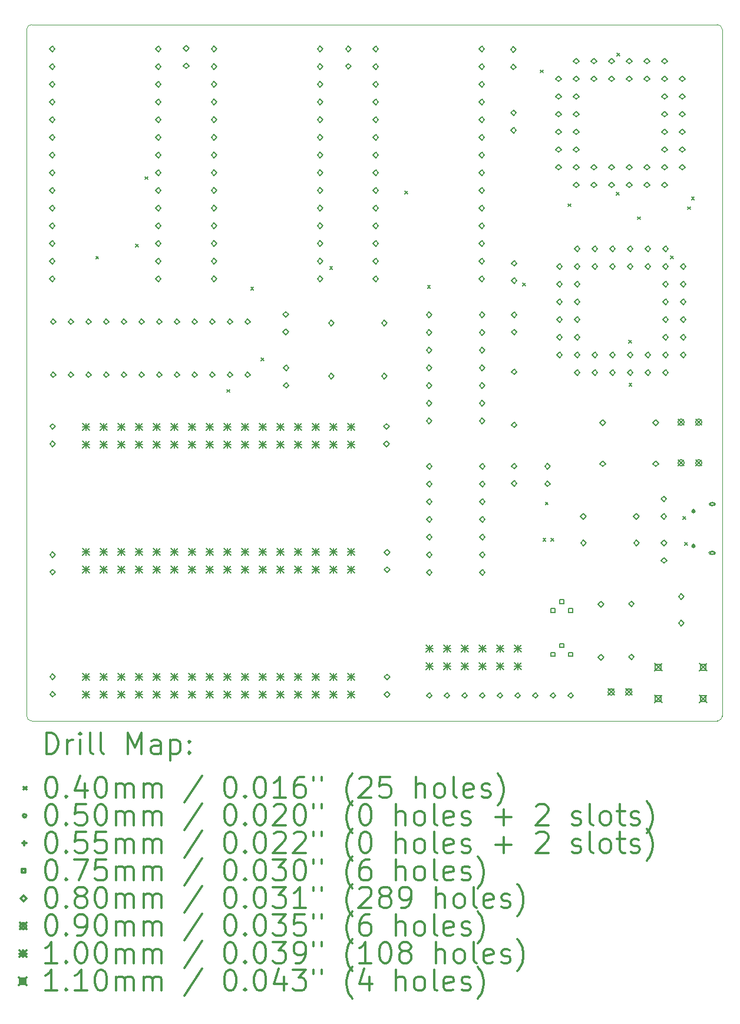
<source format=gbr>
%FSLAX45Y45*%
G04 Gerber Fmt 4.5, Leading zero omitted, Abs format (unit mm)*
G04 Created by KiCad (PCBNEW (5.1.9-0-10_14)) date 2021-09-07 10:39:39*
%MOMM*%
%LPD*%
G01*
G04 APERTURE LIST*
%TA.AperFunction,Profile*%
%ADD10C,0.100000*%
%TD*%
%ADD11C,0.200000*%
%ADD12C,0.300000*%
G04 APERTURE END LIST*
D10*
X8769350Y-13989050D02*
G75*
G02*
X8699500Y-13919200I0J69850D01*
G01*
X18694400Y-13919200D02*
G75*
G02*
X18624550Y-13989050I-69850J0D01*
G01*
X8699500Y-4057650D02*
G75*
G02*
X8769350Y-3987800I69850J0D01*
G01*
X18624550Y-3987800D02*
G75*
G02*
X18694400Y-4057650I0J-69850D01*
G01*
X18694400Y-4057650D02*
X18694400Y-13919200D01*
X8769350Y-3987800D02*
X18624550Y-3987800D01*
X8699500Y-13919200D02*
X8699500Y-4057650D01*
X18624550Y-13989050D02*
X8769350Y-13989050D01*
D11*
X9693720Y-7315280D02*
X9733720Y-7355280D01*
X9733720Y-7315280D02*
X9693720Y-7355280D01*
X10266530Y-7143800D02*
X10306530Y-7183800D01*
X10306530Y-7143800D02*
X10266530Y-7183800D01*
X10399080Y-6171080D02*
X10439080Y-6211080D01*
X10439080Y-6171080D02*
X10399080Y-6211080D01*
X11577610Y-9227740D02*
X11617610Y-9267740D01*
X11617610Y-9227740D02*
X11577610Y-9267740D01*
X11920940Y-7756090D02*
X11960940Y-7796090D01*
X11960940Y-7756090D02*
X11920940Y-7796090D01*
X12066740Y-8775560D02*
X12106740Y-8815560D01*
X12106740Y-8775560D02*
X12066740Y-8815560D01*
X13055050Y-7462190D02*
X13095050Y-7502190D01*
X13095050Y-7462190D02*
X13055050Y-7502190D01*
X14134990Y-6377460D02*
X14174990Y-6417460D01*
X14174990Y-6377460D02*
X14134990Y-6417460D01*
X14458880Y-7730880D02*
X14498880Y-7770880D01*
X14498880Y-7730880D02*
X14458880Y-7770880D01*
X15825980Y-7699600D02*
X15865980Y-7739600D01*
X15865980Y-7699600D02*
X15825980Y-7739600D01*
X16080280Y-4639890D02*
X16120280Y-4679890D01*
X16120280Y-4639890D02*
X16080280Y-4679890D01*
X16119150Y-11366600D02*
X16159150Y-11406600D01*
X16159150Y-11366600D02*
X16119150Y-11406600D01*
X16152800Y-10846070D02*
X16192800Y-10886070D01*
X16192800Y-10846070D02*
X16152800Y-10886070D01*
X16232360Y-11365490D02*
X16272360Y-11405490D01*
X16272360Y-11365490D02*
X16232360Y-11405490D01*
X16479530Y-6560250D02*
X16519530Y-6600250D01*
X16519530Y-6560250D02*
X16479530Y-6600250D01*
X17172330Y-6396920D02*
X17212330Y-6436920D01*
X17212330Y-6396920D02*
X17172330Y-6436920D01*
X17180100Y-4399240D02*
X17220100Y-4439240D01*
X17220100Y-4399240D02*
X17180100Y-4439240D01*
X17353092Y-8524052D02*
X17393092Y-8564052D01*
X17393092Y-8524052D02*
X17353092Y-8564052D01*
X17355124Y-9140764D02*
X17395124Y-9180764D01*
X17395124Y-9140764D02*
X17355124Y-9180764D01*
X17477010Y-6747260D02*
X17517010Y-6787260D01*
X17517010Y-6747260D02*
X17477010Y-6787260D01*
X17953290Y-7312980D02*
X17993290Y-7352980D01*
X17993290Y-7312980D02*
X17953290Y-7352980D01*
X18131200Y-11051750D02*
X18171200Y-11091750D01*
X18171200Y-11051750D02*
X18131200Y-11091750D01*
X18153590Y-11422940D02*
X18193590Y-11462940D01*
X18193590Y-11422940D02*
X18153590Y-11462940D01*
X18200920Y-6603050D02*
X18240920Y-6643050D01*
X18240920Y-6603050D02*
X18200920Y-6643050D01*
X18252810Y-6462920D02*
X18292810Y-6502920D01*
X18292810Y-6462920D02*
X18252810Y-6502920D01*
X18576300Y-10874200D02*
G75*
G03*
X18576300Y-10874200I-25000J0D01*
G01*
X18518800Y-10889200D02*
X18583800Y-10889200D01*
X18518800Y-10859200D02*
X18583800Y-10859200D01*
X18583800Y-10889200D02*
G75*
G03*
X18583800Y-10859200I0J15000D01*
G01*
X18518800Y-10859200D02*
G75*
G03*
X18518800Y-10889200I0J-15000D01*
G01*
X18576300Y-11574200D02*
G75*
G03*
X18576300Y-11574200I-25000J0D01*
G01*
X18518800Y-11589200D02*
X18583800Y-11589200D01*
X18518800Y-11559200D02*
X18583800Y-11559200D01*
X18583800Y-11589200D02*
G75*
G03*
X18583800Y-11559200I0J15000D01*
G01*
X18518800Y-11559200D02*
G75*
G03*
X18518800Y-11589200I0J-15000D01*
G01*
X18281300Y-10946700D02*
X18281300Y-11001700D01*
X18253800Y-10974200D02*
X18308800Y-10974200D01*
X18298800Y-10989200D02*
X18298800Y-10959200D01*
X18263800Y-10989200D02*
X18263800Y-10959200D01*
X18298800Y-10959200D02*
G75*
G03*
X18263800Y-10959200I-17500J0D01*
G01*
X18263800Y-10989200D02*
G75*
G03*
X18298800Y-10989200I17500J0D01*
G01*
X18281300Y-11446700D02*
X18281300Y-11501700D01*
X18253800Y-11474200D02*
X18308800Y-11474200D01*
X18298800Y-11489200D02*
X18298800Y-11459200D01*
X18263800Y-11489200D02*
X18263800Y-11459200D01*
X18298800Y-11459200D02*
G75*
G03*
X18263800Y-11459200I-17500J0D01*
G01*
X18263800Y-11489200D02*
G75*
G03*
X18298800Y-11489200I17500J0D01*
G01*
X16287617Y-12429317D02*
X16287617Y-12376283D01*
X16234583Y-12376283D01*
X16234583Y-12429317D01*
X16287617Y-12429317D01*
X16287617Y-13058017D02*
X16287617Y-13004983D01*
X16234583Y-13004983D01*
X16234583Y-13058017D01*
X16287617Y-13058017D01*
X16414617Y-12302317D02*
X16414617Y-12249283D01*
X16361583Y-12249283D01*
X16361583Y-12302317D01*
X16414617Y-12302317D01*
X16414617Y-12931017D02*
X16414617Y-12877983D01*
X16361583Y-12877983D01*
X16361583Y-12931017D01*
X16414617Y-12931017D01*
X16541617Y-12429317D02*
X16541617Y-12376283D01*
X16488583Y-12376283D01*
X16488583Y-12429317D01*
X16541617Y-12429317D01*
X16541617Y-13058017D02*
X16541617Y-13004983D01*
X16488583Y-13004983D01*
X16488583Y-13058017D01*
X16541617Y-13058017D01*
X9067800Y-4377050D02*
X9107800Y-4337050D01*
X9067800Y-4297050D01*
X9027800Y-4337050D01*
X9067800Y-4377050D01*
X9067800Y-4631050D02*
X9107800Y-4591050D01*
X9067800Y-4551050D01*
X9027800Y-4591050D01*
X9067800Y-4631050D01*
X9067800Y-4885050D02*
X9107800Y-4845050D01*
X9067800Y-4805050D01*
X9027800Y-4845050D01*
X9067800Y-4885050D01*
X9067800Y-5139050D02*
X9107800Y-5099050D01*
X9067800Y-5059050D01*
X9027800Y-5099050D01*
X9067800Y-5139050D01*
X9067800Y-5393050D02*
X9107800Y-5353050D01*
X9067800Y-5313050D01*
X9027800Y-5353050D01*
X9067800Y-5393050D01*
X9067800Y-5647050D02*
X9107800Y-5607050D01*
X9067800Y-5567050D01*
X9027800Y-5607050D01*
X9067800Y-5647050D01*
X9067800Y-5901050D02*
X9107800Y-5861050D01*
X9067800Y-5821050D01*
X9027800Y-5861050D01*
X9067800Y-5901050D01*
X9067800Y-6155050D02*
X9107800Y-6115050D01*
X9067800Y-6075050D01*
X9027800Y-6115050D01*
X9067800Y-6155050D01*
X9067800Y-6409050D02*
X9107800Y-6369050D01*
X9067800Y-6329050D01*
X9027800Y-6369050D01*
X9067800Y-6409050D01*
X9067800Y-6663050D02*
X9107800Y-6623050D01*
X9067800Y-6583050D01*
X9027800Y-6623050D01*
X9067800Y-6663050D01*
X9067800Y-6917050D02*
X9107800Y-6877050D01*
X9067800Y-6837050D01*
X9027800Y-6877050D01*
X9067800Y-6917050D01*
X9067800Y-7171050D02*
X9107800Y-7131050D01*
X9067800Y-7091050D01*
X9027800Y-7131050D01*
X9067800Y-7171050D01*
X9067800Y-7425050D02*
X9107800Y-7385050D01*
X9067800Y-7345050D01*
X9027800Y-7385050D01*
X9067800Y-7425050D01*
X9067800Y-7679050D02*
X9107800Y-7639050D01*
X9067800Y-7599050D01*
X9027800Y-7639050D01*
X9067800Y-7679050D01*
X9072370Y-9800100D02*
X9112370Y-9760100D01*
X9072370Y-9720100D01*
X9032370Y-9760100D01*
X9072370Y-9800100D01*
X9072370Y-10050100D02*
X9112370Y-10010100D01*
X9072370Y-9970100D01*
X9032370Y-10010100D01*
X9072370Y-10050100D01*
X9072370Y-11641600D02*
X9112370Y-11601600D01*
X9072370Y-11561600D01*
X9032370Y-11601600D01*
X9072370Y-11641600D01*
X9072370Y-11891600D02*
X9112370Y-11851600D01*
X9072370Y-11811600D01*
X9032370Y-11851600D01*
X9072370Y-11891600D01*
X9072370Y-13396300D02*
X9112370Y-13356300D01*
X9072370Y-13316300D01*
X9032370Y-13356300D01*
X9072370Y-13396300D01*
X9072370Y-13646300D02*
X9112370Y-13606300D01*
X9072370Y-13566300D01*
X9032370Y-13606300D01*
X9072370Y-13646300D01*
X9080500Y-8293730D02*
X9120500Y-8253730D01*
X9080500Y-8213730D01*
X9040500Y-8253730D01*
X9080500Y-8293730D01*
X9080500Y-9055730D02*
X9120500Y-9015730D01*
X9080500Y-8975730D01*
X9040500Y-9015730D01*
X9080500Y-9055730D01*
X9334500Y-8293730D02*
X9374500Y-8253730D01*
X9334500Y-8213730D01*
X9294500Y-8253730D01*
X9334500Y-8293730D01*
X9334500Y-9055730D02*
X9374500Y-9015730D01*
X9334500Y-8975730D01*
X9294500Y-9015730D01*
X9334500Y-9055730D01*
X9588500Y-8293730D02*
X9628500Y-8253730D01*
X9588500Y-8213730D01*
X9548500Y-8253730D01*
X9588500Y-8293730D01*
X9588500Y-9055730D02*
X9628500Y-9015730D01*
X9588500Y-8975730D01*
X9548500Y-9015730D01*
X9588500Y-9055730D01*
X9842500Y-8293730D02*
X9882500Y-8253730D01*
X9842500Y-8213730D01*
X9802500Y-8253730D01*
X9842500Y-8293730D01*
X9842500Y-9055730D02*
X9882500Y-9015730D01*
X9842500Y-8975730D01*
X9802500Y-9015730D01*
X9842500Y-9055730D01*
X10096500Y-8293730D02*
X10136500Y-8253730D01*
X10096500Y-8213730D01*
X10056500Y-8253730D01*
X10096500Y-8293730D01*
X10096500Y-9055730D02*
X10136500Y-9015730D01*
X10096500Y-8975730D01*
X10056500Y-9015730D01*
X10096500Y-9055730D01*
X10350500Y-8293730D02*
X10390500Y-8253730D01*
X10350500Y-8213730D01*
X10310500Y-8253730D01*
X10350500Y-8293730D01*
X10350500Y-9055730D02*
X10390500Y-9015730D01*
X10350500Y-8975730D01*
X10310500Y-9015730D01*
X10350500Y-9055730D01*
X10591800Y-4377050D02*
X10631800Y-4337050D01*
X10591800Y-4297050D01*
X10551800Y-4337050D01*
X10591800Y-4377050D01*
X10591800Y-4631050D02*
X10631800Y-4591050D01*
X10591800Y-4551050D01*
X10551800Y-4591050D01*
X10591800Y-4631050D01*
X10591800Y-4885050D02*
X10631800Y-4845050D01*
X10591800Y-4805050D01*
X10551800Y-4845050D01*
X10591800Y-4885050D01*
X10591800Y-5139050D02*
X10631800Y-5099050D01*
X10591800Y-5059050D01*
X10551800Y-5099050D01*
X10591800Y-5139050D01*
X10591800Y-5393050D02*
X10631800Y-5353050D01*
X10591800Y-5313050D01*
X10551800Y-5353050D01*
X10591800Y-5393050D01*
X10591800Y-5647050D02*
X10631800Y-5607050D01*
X10591800Y-5567050D01*
X10551800Y-5607050D01*
X10591800Y-5647050D01*
X10591800Y-5901050D02*
X10631800Y-5861050D01*
X10591800Y-5821050D01*
X10551800Y-5861050D01*
X10591800Y-5901050D01*
X10591800Y-6155050D02*
X10631800Y-6115050D01*
X10591800Y-6075050D01*
X10551800Y-6115050D01*
X10591800Y-6155050D01*
X10591800Y-6409050D02*
X10631800Y-6369050D01*
X10591800Y-6329050D01*
X10551800Y-6369050D01*
X10591800Y-6409050D01*
X10591800Y-6663050D02*
X10631800Y-6623050D01*
X10591800Y-6583050D01*
X10551800Y-6623050D01*
X10591800Y-6663050D01*
X10591800Y-6917050D02*
X10631800Y-6877050D01*
X10591800Y-6837050D01*
X10551800Y-6877050D01*
X10591800Y-6917050D01*
X10591800Y-7171050D02*
X10631800Y-7131050D01*
X10591800Y-7091050D01*
X10551800Y-7131050D01*
X10591800Y-7171050D01*
X10591800Y-7425050D02*
X10631800Y-7385050D01*
X10591800Y-7345050D01*
X10551800Y-7385050D01*
X10591800Y-7425050D01*
X10591800Y-7679050D02*
X10631800Y-7639050D01*
X10591800Y-7599050D01*
X10551800Y-7639050D01*
X10591800Y-7679050D01*
X10604500Y-8293730D02*
X10644500Y-8253730D01*
X10604500Y-8213730D01*
X10564500Y-8253730D01*
X10604500Y-8293730D01*
X10604500Y-9055730D02*
X10644500Y-9015730D01*
X10604500Y-8975730D01*
X10564500Y-9015730D01*
X10604500Y-9055730D01*
X10858500Y-8293730D02*
X10898500Y-8253730D01*
X10858500Y-8213730D01*
X10818500Y-8253730D01*
X10858500Y-8293730D01*
X10858500Y-9055730D02*
X10898500Y-9015730D01*
X10858500Y-8975730D01*
X10818500Y-9015730D01*
X10858500Y-9055730D01*
X10991800Y-4370700D02*
X11031800Y-4330700D01*
X10991800Y-4290700D01*
X10951800Y-4330700D01*
X10991800Y-4370700D01*
X10991800Y-4620700D02*
X11031800Y-4580700D01*
X10991800Y-4540700D01*
X10951800Y-4580700D01*
X10991800Y-4620700D01*
X11112500Y-8293730D02*
X11152500Y-8253730D01*
X11112500Y-8213730D01*
X11072500Y-8253730D01*
X11112500Y-8293730D01*
X11112500Y-9055730D02*
X11152500Y-9015730D01*
X11112500Y-8975730D01*
X11072500Y-9015730D01*
X11112500Y-9055730D01*
X11366500Y-8293730D02*
X11406500Y-8253730D01*
X11366500Y-8213730D01*
X11326500Y-8253730D01*
X11366500Y-8293730D01*
X11366500Y-9055730D02*
X11406500Y-9015730D01*
X11366500Y-8975730D01*
X11326500Y-9015730D01*
X11366500Y-9055730D01*
X11391900Y-4377050D02*
X11431900Y-4337050D01*
X11391900Y-4297050D01*
X11351900Y-4337050D01*
X11391900Y-4377050D01*
X11391900Y-4631050D02*
X11431900Y-4591050D01*
X11391900Y-4551050D01*
X11351900Y-4591050D01*
X11391900Y-4631050D01*
X11391900Y-4885050D02*
X11431900Y-4845050D01*
X11391900Y-4805050D01*
X11351900Y-4845050D01*
X11391900Y-4885050D01*
X11391900Y-5139050D02*
X11431900Y-5099050D01*
X11391900Y-5059050D01*
X11351900Y-5099050D01*
X11391900Y-5139050D01*
X11391900Y-5393050D02*
X11431900Y-5353050D01*
X11391900Y-5313050D01*
X11351900Y-5353050D01*
X11391900Y-5393050D01*
X11391900Y-5647050D02*
X11431900Y-5607050D01*
X11391900Y-5567050D01*
X11351900Y-5607050D01*
X11391900Y-5647050D01*
X11391900Y-5901050D02*
X11431900Y-5861050D01*
X11391900Y-5821050D01*
X11351900Y-5861050D01*
X11391900Y-5901050D01*
X11391900Y-6155050D02*
X11431900Y-6115050D01*
X11391900Y-6075050D01*
X11351900Y-6115050D01*
X11391900Y-6155050D01*
X11391900Y-6409050D02*
X11431900Y-6369050D01*
X11391900Y-6329050D01*
X11351900Y-6369050D01*
X11391900Y-6409050D01*
X11391900Y-6663050D02*
X11431900Y-6623050D01*
X11391900Y-6583050D01*
X11351900Y-6623050D01*
X11391900Y-6663050D01*
X11391900Y-6917050D02*
X11431900Y-6877050D01*
X11391900Y-6837050D01*
X11351900Y-6877050D01*
X11391900Y-6917050D01*
X11391900Y-7171050D02*
X11431900Y-7131050D01*
X11391900Y-7091050D01*
X11351900Y-7131050D01*
X11391900Y-7171050D01*
X11391900Y-7425050D02*
X11431900Y-7385050D01*
X11391900Y-7345050D01*
X11351900Y-7385050D01*
X11391900Y-7425050D01*
X11391900Y-7679050D02*
X11431900Y-7639050D01*
X11391900Y-7599050D01*
X11351900Y-7639050D01*
X11391900Y-7679050D01*
X11620500Y-8293730D02*
X11660500Y-8253730D01*
X11620500Y-8213730D01*
X11580500Y-8253730D01*
X11620500Y-8293730D01*
X11620500Y-9055730D02*
X11660500Y-9015730D01*
X11620500Y-8975730D01*
X11580500Y-9015730D01*
X11620500Y-9055730D01*
X11874500Y-8293730D02*
X11914500Y-8253730D01*
X11874500Y-8213730D01*
X11834500Y-8253730D01*
X11874500Y-8293730D01*
X11874500Y-9055730D02*
X11914500Y-9015730D01*
X11874500Y-8975730D01*
X11834500Y-9015730D01*
X11874500Y-9055730D01*
X12424400Y-8189780D02*
X12464400Y-8149780D01*
X12424400Y-8109780D01*
X12384400Y-8149780D01*
X12424400Y-8189780D01*
X12424400Y-8439780D02*
X12464400Y-8399780D01*
X12424400Y-8359780D01*
X12384400Y-8399780D01*
X12424400Y-8439780D01*
X12428200Y-8957940D02*
X12468200Y-8917940D01*
X12428200Y-8877940D01*
X12388200Y-8917940D01*
X12428200Y-8957940D01*
X12428200Y-9207940D02*
X12468200Y-9167940D01*
X12428200Y-9127940D01*
X12388200Y-9167940D01*
X12428200Y-9207940D01*
X12915900Y-4377050D02*
X12955900Y-4337050D01*
X12915900Y-4297050D01*
X12875900Y-4337050D01*
X12915900Y-4377050D01*
X12915900Y-4631050D02*
X12955900Y-4591050D01*
X12915900Y-4551050D01*
X12875900Y-4591050D01*
X12915900Y-4631050D01*
X12915900Y-4885050D02*
X12955900Y-4845050D01*
X12915900Y-4805050D01*
X12875900Y-4845050D01*
X12915900Y-4885050D01*
X12915900Y-5139050D02*
X12955900Y-5099050D01*
X12915900Y-5059050D01*
X12875900Y-5099050D01*
X12915900Y-5139050D01*
X12915900Y-5393050D02*
X12955900Y-5353050D01*
X12915900Y-5313050D01*
X12875900Y-5353050D01*
X12915900Y-5393050D01*
X12915900Y-5647050D02*
X12955900Y-5607050D01*
X12915900Y-5567050D01*
X12875900Y-5607050D01*
X12915900Y-5647050D01*
X12915900Y-5901050D02*
X12955900Y-5861050D01*
X12915900Y-5821050D01*
X12875900Y-5861050D01*
X12915900Y-5901050D01*
X12915900Y-6155050D02*
X12955900Y-6115050D01*
X12915900Y-6075050D01*
X12875900Y-6115050D01*
X12915900Y-6155050D01*
X12915900Y-6409050D02*
X12955900Y-6369050D01*
X12915900Y-6329050D01*
X12875900Y-6369050D01*
X12915900Y-6409050D01*
X12915900Y-6663050D02*
X12955900Y-6623050D01*
X12915900Y-6583050D01*
X12875900Y-6623050D01*
X12915900Y-6663050D01*
X12915900Y-6917050D02*
X12955900Y-6877050D01*
X12915900Y-6837050D01*
X12875900Y-6877050D01*
X12915900Y-6917050D01*
X12915900Y-7171050D02*
X12955900Y-7131050D01*
X12915900Y-7091050D01*
X12875900Y-7131050D01*
X12915900Y-7171050D01*
X12915900Y-7425050D02*
X12955900Y-7385050D01*
X12915900Y-7345050D01*
X12875900Y-7385050D01*
X12915900Y-7425050D01*
X12915900Y-7679050D02*
X12955900Y-7639050D01*
X12915900Y-7599050D01*
X12875900Y-7639050D01*
X12915900Y-7679050D01*
X13078500Y-8315320D02*
X13118500Y-8275320D01*
X13078500Y-8235320D01*
X13038500Y-8275320D01*
X13078500Y-8315320D01*
X13078500Y-9077320D02*
X13118500Y-9037320D01*
X13078500Y-8997320D01*
X13038500Y-9037320D01*
X13078500Y-9077320D01*
X13322300Y-4377050D02*
X13362300Y-4337050D01*
X13322300Y-4297050D01*
X13282300Y-4337050D01*
X13322300Y-4377050D01*
X13322300Y-4627050D02*
X13362300Y-4587050D01*
X13322300Y-4547050D01*
X13282300Y-4587050D01*
X13322300Y-4627050D01*
X13716000Y-4377050D02*
X13756000Y-4337050D01*
X13716000Y-4297050D01*
X13676000Y-4337050D01*
X13716000Y-4377050D01*
X13716000Y-4631050D02*
X13756000Y-4591050D01*
X13716000Y-4551050D01*
X13676000Y-4591050D01*
X13716000Y-4631050D01*
X13716000Y-4885050D02*
X13756000Y-4845050D01*
X13716000Y-4805050D01*
X13676000Y-4845050D01*
X13716000Y-4885050D01*
X13716000Y-5139050D02*
X13756000Y-5099050D01*
X13716000Y-5059050D01*
X13676000Y-5099050D01*
X13716000Y-5139050D01*
X13716000Y-5393050D02*
X13756000Y-5353050D01*
X13716000Y-5313050D01*
X13676000Y-5353050D01*
X13716000Y-5393050D01*
X13716000Y-5647050D02*
X13756000Y-5607050D01*
X13716000Y-5567050D01*
X13676000Y-5607050D01*
X13716000Y-5647050D01*
X13716000Y-5901050D02*
X13756000Y-5861050D01*
X13716000Y-5821050D01*
X13676000Y-5861050D01*
X13716000Y-5901050D01*
X13716000Y-6155050D02*
X13756000Y-6115050D01*
X13716000Y-6075050D01*
X13676000Y-6115050D01*
X13716000Y-6155050D01*
X13716000Y-6409050D02*
X13756000Y-6369050D01*
X13716000Y-6329050D01*
X13676000Y-6369050D01*
X13716000Y-6409050D01*
X13716000Y-6663050D02*
X13756000Y-6623050D01*
X13716000Y-6583050D01*
X13676000Y-6623050D01*
X13716000Y-6663050D01*
X13716000Y-6917050D02*
X13756000Y-6877050D01*
X13716000Y-6837050D01*
X13676000Y-6877050D01*
X13716000Y-6917050D01*
X13716000Y-7171050D02*
X13756000Y-7131050D01*
X13716000Y-7091050D01*
X13676000Y-7131050D01*
X13716000Y-7171050D01*
X13716000Y-7425050D02*
X13756000Y-7385050D01*
X13716000Y-7345050D01*
X13676000Y-7385050D01*
X13716000Y-7425050D01*
X13716000Y-7679050D02*
X13756000Y-7639050D01*
X13716000Y-7599050D01*
X13676000Y-7639050D01*
X13716000Y-7679050D01*
X13840500Y-8315320D02*
X13880500Y-8275320D01*
X13840500Y-8235320D01*
X13800500Y-8275320D01*
X13840500Y-8315320D01*
X13840500Y-9077320D02*
X13880500Y-9037320D01*
X13840500Y-8997320D01*
X13800500Y-9037320D01*
X13840500Y-9077320D01*
X13871900Y-9800100D02*
X13911900Y-9760100D01*
X13871900Y-9720100D01*
X13831900Y-9760100D01*
X13871900Y-9800100D01*
X13871900Y-10050100D02*
X13911900Y-10010100D01*
X13871900Y-9970100D01*
X13831900Y-10010100D01*
X13871900Y-10050100D01*
X13877000Y-11606100D02*
X13917000Y-11566100D01*
X13877000Y-11526100D01*
X13837000Y-11566100D01*
X13877000Y-11606100D01*
X13877000Y-11856100D02*
X13917000Y-11816100D01*
X13877000Y-11776100D01*
X13837000Y-11816100D01*
X13877000Y-11856100D01*
X13880300Y-13396800D02*
X13920300Y-13356800D01*
X13880300Y-13316800D01*
X13840300Y-13356800D01*
X13880300Y-13396800D01*
X13880300Y-13646800D02*
X13920300Y-13606800D01*
X13880300Y-13566800D01*
X13840300Y-13606800D01*
X13880300Y-13646800D01*
X14483100Y-8195940D02*
X14523100Y-8155940D01*
X14483100Y-8115940D01*
X14443100Y-8155940D01*
X14483100Y-8195940D01*
X14483100Y-8449940D02*
X14523100Y-8409940D01*
X14483100Y-8369940D01*
X14443100Y-8409940D01*
X14483100Y-8449940D01*
X14483100Y-8703940D02*
X14523100Y-8663940D01*
X14483100Y-8623940D01*
X14443100Y-8663940D01*
X14483100Y-8703940D01*
X14483100Y-8957940D02*
X14523100Y-8917940D01*
X14483100Y-8877940D01*
X14443100Y-8917940D01*
X14483100Y-8957940D01*
X14483100Y-9211940D02*
X14523100Y-9171940D01*
X14483100Y-9131940D01*
X14443100Y-9171940D01*
X14483100Y-9211940D01*
X14483100Y-9465940D02*
X14523100Y-9425940D01*
X14483100Y-9385940D01*
X14443100Y-9425940D01*
X14483100Y-9465940D01*
X14483100Y-9719940D02*
X14523100Y-9679940D01*
X14483100Y-9639940D01*
X14443100Y-9679940D01*
X14483100Y-9719940D01*
X14485600Y-10371400D02*
X14525600Y-10331400D01*
X14485600Y-10291400D01*
X14445600Y-10331400D01*
X14485600Y-10371400D01*
X14485600Y-10625400D02*
X14525600Y-10585400D01*
X14485600Y-10545400D01*
X14445600Y-10585400D01*
X14485600Y-10625400D01*
X14485600Y-10879400D02*
X14525600Y-10839400D01*
X14485600Y-10799400D01*
X14445600Y-10839400D01*
X14485600Y-10879400D01*
X14485600Y-11133400D02*
X14525600Y-11093400D01*
X14485600Y-11053400D01*
X14445600Y-11093400D01*
X14485600Y-11133400D01*
X14485600Y-11387400D02*
X14525600Y-11347400D01*
X14485600Y-11307400D01*
X14445600Y-11347400D01*
X14485600Y-11387400D01*
X14485600Y-11641400D02*
X14525600Y-11601400D01*
X14485600Y-11561400D01*
X14445600Y-11601400D01*
X14485600Y-11641400D01*
X14485600Y-11895400D02*
X14525600Y-11855400D01*
X14485600Y-11815400D01*
X14445600Y-11855400D01*
X14485600Y-11895400D01*
X14485600Y-13663300D02*
X14525600Y-13623300D01*
X14485600Y-13583300D01*
X14445600Y-13623300D01*
X14485600Y-13663300D01*
X14739600Y-13663300D02*
X14779600Y-13623300D01*
X14739600Y-13583300D01*
X14699600Y-13623300D01*
X14739600Y-13663300D01*
X14993600Y-13663300D02*
X15033600Y-13623300D01*
X14993600Y-13583300D01*
X14953600Y-13623300D01*
X14993600Y-13663300D01*
X15240000Y-4377050D02*
X15280000Y-4337050D01*
X15240000Y-4297050D01*
X15200000Y-4337050D01*
X15240000Y-4377050D01*
X15240000Y-4631050D02*
X15280000Y-4591050D01*
X15240000Y-4551050D01*
X15200000Y-4591050D01*
X15240000Y-4631050D01*
X15240000Y-4885050D02*
X15280000Y-4845050D01*
X15240000Y-4805050D01*
X15200000Y-4845050D01*
X15240000Y-4885050D01*
X15240000Y-5139050D02*
X15280000Y-5099050D01*
X15240000Y-5059050D01*
X15200000Y-5099050D01*
X15240000Y-5139050D01*
X15240000Y-5393050D02*
X15280000Y-5353050D01*
X15240000Y-5313050D01*
X15200000Y-5353050D01*
X15240000Y-5393050D01*
X15240000Y-5647050D02*
X15280000Y-5607050D01*
X15240000Y-5567050D01*
X15200000Y-5607050D01*
X15240000Y-5647050D01*
X15240000Y-5901050D02*
X15280000Y-5861050D01*
X15240000Y-5821050D01*
X15200000Y-5861050D01*
X15240000Y-5901050D01*
X15240000Y-6155050D02*
X15280000Y-6115050D01*
X15240000Y-6075050D01*
X15200000Y-6115050D01*
X15240000Y-6155050D01*
X15240000Y-6409050D02*
X15280000Y-6369050D01*
X15240000Y-6329050D01*
X15200000Y-6369050D01*
X15240000Y-6409050D01*
X15240000Y-6663050D02*
X15280000Y-6623050D01*
X15240000Y-6583050D01*
X15200000Y-6623050D01*
X15240000Y-6663050D01*
X15240000Y-6917050D02*
X15280000Y-6877050D01*
X15240000Y-6837050D01*
X15200000Y-6877050D01*
X15240000Y-6917050D01*
X15240000Y-7171050D02*
X15280000Y-7131050D01*
X15240000Y-7091050D01*
X15200000Y-7131050D01*
X15240000Y-7171050D01*
X15240000Y-7425050D02*
X15280000Y-7385050D01*
X15240000Y-7345050D01*
X15200000Y-7385050D01*
X15240000Y-7425050D01*
X15240000Y-7679050D02*
X15280000Y-7639050D01*
X15240000Y-7599050D01*
X15200000Y-7639050D01*
X15240000Y-7679050D01*
X15245100Y-8195940D02*
X15285100Y-8155940D01*
X15245100Y-8115940D01*
X15205100Y-8155940D01*
X15245100Y-8195940D01*
X15245100Y-8449940D02*
X15285100Y-8409940D01*
X15245100Y-8369940D01*
X15205100Y-8409940D01*
X15245100Y-8449940D01*
X15245100Y-8703940D02*
X15285100Y-8663940D01*
X15245100Y-8623940D01*
X15205100Y-8663940D01*
X15245100Y-8703940D01*
X15245100Y-8957940D02*
X15285100Y-8917940D01*
X15245100Y-8877940D01*
X15205100Y-8917940D01*
X15245100Y-8957940D01*
X15245100Y-9211940D02*
X15285100Y-9171940D01*
X15245100Y-9131940D01*
X15205100Y-9171940D01*
X15245100Y-9211940D01*
X15245100Y-9465940D02*
X15285100Y-9425940D01*
X15245100Y-9385940D01*
X15205100Y-9425940D01*
X15245100Y-9465940D01*
X15245100Y-9719940D02*
X15285100Y-9679940D01*
X15245100Y-9639940D01*
X15205100Y-9679940D01*
X15245100Y-9719940D01*
X15247600Y-10371400D02*
X15287600Y-10331400D01*
X15247600Y-10291400D01*
X15207600Y-10331400D01*
X15247600Y-10371400D01*
X15247600Y-10625400D02*
X15287600Y-10585400D01*
X15247600Y-10545400D01*
X15207600Y-10585400D01*
X15247600Y-10625400D01*
X15247600Y-10879400D02*
X15287600Y-10839400D01*
X15247600Y-10799400D01*
X15207600Y-10839400D01*
X15247600Y-10879400D01*
X15247600Y-11133400D02*
X15287600Y-11093400D01*
X15247600Y-11053400D01*
X15207600Y-11093400D01*
X15247600Y-11133400D01*
X15247600Y-11387400D02*
X15287600Y-11347400D01*
X15247600Y-11307400D01*
X15207600Y-11347400D01*
X15247600Y-11387400D01*
X15247600Y-11641400D02*
X15287600Y-11601400D01*
X15247600Y-11561400D01*
X15207600Y-11601400D01*
X15247600Y-11641400D01*
X15247600Y-11895400D02*
X15287600Y-11855400D01*
X15247600Y-11815400D01*
X15207600Y-11855400D01*
X15247600Y-11895400D01*
X15247600Y-13663300D02*
X15287600Y-13623300D01*
X15247600Y-13583300D01*
X15207600Y-13623300D01*
X15247600Y-13663300D01*
X15501600Y-13663300D02*
X15541600Y-13623300D01*
X15501600Y-13583300D01*
X15461600Y-13623300D01*
X15501600Y-13663300D01*
X15694700Y-4385940D02*
X15734700Y-4345940D01*
X15694700Y-4305940D01*
X15654700Y-4345940D01*
X15694700Y-4385940D01*
X15694700Y-4635940D02*
X15734700Y-4595940D01*
X15694700Y-4555940D01*
X15654700Y-4595940D01*
X15694700Y-4635940D01*
X15697200Y-5294180D02*
X15737200Y-5254180D01*
X15697200Y-5214180D01*
X15657200Y-5254180D01*
X15697200Y-5294180D01*
X15697200Y-5544180D02*
X15737200Y-5504180D01*
X15697200Y-5464180D01*
X15657200Y-5504180D01*
X15697200Y-5544180D01*
X15703600Y-7455720D02*
X15743600Y-7415720D01*
X15703600Y-7375720D01*
X15663600Y-7415720D01*
X15703600Y-7455720D01*
X15703600Y-7705720D02*
X15743600Y-7665720D01*
X15703600Y-7625720D01*
X15663600Y-7665720D01*
X15703600Y-7705720D01*
X15703600Y-8194860D02*
X15743600Y-8154860D01*
X15703600Y-8114860D01*
X15663600Y-8154860D01*
X15703600Y-8194860D01*
X15703600Y-8444860D02*
X15743600Y-8404860D01*
X15703600Y-8364860D01*
X15663600Y-8404860D01*
X15703600Y-8444860D01*
X15703600Y-9013310D02*
X15743600Y-8973310D01*
X15703600Y-8933310D01*
X15663600Y-8973310D01*
X15703600Y-9013310D01*
X15703600Y-9775310D02*
X15743600Y-9735310D01*
X15703600Y-9695310D01*
X15663600Y-9735310D01*
X15703600Y-9775310D01*
X15704800Y-10368900D02*
X15744800Y-10328900D01*
X15704800Y-10288900D01*
X15664800Y-10328900D01*
X15704800Y-10368900D01*
X15704800Y-10618900D02*
X15744800Y-10578900D01*
X15704800Y-10538900D01*
X15664800Y-10578900D01*
X15704800Y-10618900D01*
X15755600Y-13663300D02*
X15795600Y-13623300D01*
X15755600Y-13583300D01*
X15715600Y-13623300D01*
X15755600Y-13663300D01*
X16009600Y-13663300D02*
X16049600Y-13623300D01*
X16009600Y-13583300D01*
X15969600Y-13623300D01*
X16009600Y-13663300D01*
X16184400Y-10372700D02*
X16224400Y-10332700D01*
X16184400Y-10292700D01*
X16144400Y-10332700D01*
X16184400Y-10372700D01*
X16184400Y-10622700D02*
X16224400Y-10582700D01*
X16184400Y-10542700D01*
X16144400Y-10582700D01*
X16184400Y-10622700D01*
X16263600Y-13663300D02*
X16303600Y-13623300D01*
X16263600Y-13583300D01*
X16223600Y-13623300D01*
X16263600Y-13663300D01*
X16342400Y-4805040D02*
X16382400Y-4765040D01*
X16342400Y-4725040D01*
X16302400Y-4765040D01*
X16342400Y-4805040D01*
X16342400Y-5059040D02*
X16382400Y-5019040D01*
X16342400Y-4979040D01*
X16302400Y-5019040D01*
X16342400Y-5059040D01*
X16342400Y-5313040D02*
X16382400Y-5273040D01*
X16342400Y-5233040D01*
X16302400Y-5273040D01*
X16342400Y-5313040D01*
X16342400Y-5567040D02*
X16382400Y-5527040D01*
X16342400Y-5487040D01*
X16302400Y-5527040D01*
X16342400Y-5567040D01*
X16342400Y-5821040D02*
X16382400Y-5781040D01*
X16342400Y-5741040D01*
X16302400Y-5781040D01*
X16342400Y-5821040D01*
X16342400Y-6075040D02*
X16382400Y-6035040D01*
X16342400Y-5995040D01*
X16302400Y-6035040D01*
X16342400Y-6075040D01*
X16357600Y-7499980D02*
X16397600Y-7459980D01*
X16357600Y-7419980D01*
X16317600Y-7459980D01*
X16357600Y-7499980D01*
X16357600Y-7753980D02*
X16397600Y-7713980D01*
X16357600Y-7673980D01*
X16317600Y-7713980D01*
X16357600Y-7753980D01*
X16357600Y-8007980D02*
X16397600Y-7967980D01*
X16357600Y-7927980D01*
X16317600Y-7967980D01*
X16357600Y-8007980D01*
X16357600Y-8261980D02*
X16397600Y-8221980D01*
X16357600Y-8181980D01*
X16317600Y-8221980D01*
X16357600Y-8261980D01*
X16357600Y-8515980D02*
X16397600Y-8475980D01*
X16357600Y-8435980D01*
X16317600Y-8475980D01*
X16357600Y-8515980D01*
X16357600Y-8769980D02*
X16397600Y-8729980D01*
X16357600Y-8689980D01*
X16317600Y-8729980D01*
X16357600Y-8769980D01*
X16517600Y-13663300D02*
X16557600Y-13623300D01*
X16517600Y-13583300D01*
X16477600Y-13623300D01*
X16517600Y-13663300D01*
X16596400Y-4551040D02*
X16636400Y-4511040D01*
X16596400Y-4471040D01*
X16556400Y-4511040D01*
X16596400Y-4551040D01*
X16596400Y-4805040D02*
X16636400Y-4765040D01*
X16596400Y-4725040D01*
X16556400Y-4765040D01*
X16596400Y-4805040D01*
X16596400Y-5059040D02*
X16636400Y-5019040D01*
X16596400Y-4979040D01*
X16556400Y-5019040D01*
X16596400Y-5059040D01*
X16596400Y-5313040D02*
X16636400Y-5273040D01*
X16596400Y-5233040D01*
X16556400Y-5273040D01*
X16596400Y-5313040D01*
X16596400Y-5567040D02*
X16636400Y-5527040D01*
X16596400Y-5487040D01*
X16556400Y-5527040D01*
X16596400Y-5567040D01*
X16596400Y-5821040D02*
X16636400Y-5781040D01*
X16596400Y-5741040D01*
X16556400Y-5781040D01*
X16596400Y-5821040D01*
X16596400Y-6075040D02*
X16636400Y-6035040D01*
X16596400Y-5995040D01*
X16556400Y-6035040D01*
X16596400Y-6075040D01*
X16596400Y-6329040D02*
X16636400Y-6289040D01*
X16596400Y-6249040D01*
X16556400Y-6289040D01*
X16596400Y-6329040D01*
X16611600Y-7245980D02*
X16651600Y-7205980D01*
X16611600Y-7165980D01*
X16571600Y-7205980D01*
X16611600Y-7245980D01*
X16611600Y-7499980D02*
X16651600Y-7459980D01*
X16611600Y-7419980D01*
X16571600Y-7459980D01*
X16611600Y-7499980D01*
X16611600Y-7753980D02*
X16651600Y-7713980D01*
X16611600Y-7673980D01*
X16571600Y-7713980D01*
X16611600Y-7753980D01*
X16611600Y-8007980D02*
X16651600Y-7967980D01*
X16611600Y-7927980D01*
X16571600Y-7967980D01*
X16611600Y-8007980D01*
X16611600Y-8261980D02*
X16651600Y-8221980D01*
X16611600Y-8181980D01*
X16571600Y-8221980D01*
X16611600Y-8261980D01*
X16611600Y-8515980D02*
X16651600Y-8475980D01*
X16611600Y-8435980D01*
X16571600Y-8475980D01*
X16611600Y-8515980D01*
X16611600Y-8769980D02*
X16651600Y-8729980D01*
X16611600Y-8689980D01*
X16571600Y-8729980D01*
X16611600Y-8769980D01*
X16611600Y-9023980D02*
X16651600Y-8983980D01*
X16611600Y-8943980D01*
X16571600Y-8983980D01*
X16611600Y-9023980D01*
X16699200Y-11090300D02*
X16739200Y-11050300D01*
X16699200Y-11010300D01*
X16659200Y-11050300D01*
X16699200Y-11090300D01*
X16700500Y-11472500D02*
X16740500Y-11432500D01*
X16700500Y-11392500D01*
X16660500Y-11432500D01*
X16700500Y-11472500D01*
X16850400Y-4551040D02*
X16890400Y-4511040D01*
X16850400Y-4471040D01*
X16810400Y-4511040D01*
X16850400Y-4551040D01*
X16850400Y-4805040D02*
X16890400Y-4765040D01*
X16850400Y-4725040D01*
X16810400Y-4765040D01*
X16850400Y-4805040D01*
X16850400Y-6075040D02*
X16890400Y-6035040D01*
X16850400Y-5995040D01*
X16810400Y-6035040D01*
X16850400Y-6075040D01*
X16850400Y-6329040D02*
X16890400Y-6289040D01*
X16850400Y-6249040D01*
X16810400Y-6289040D01*
X16850400Y-6329040D01*
X16865600Y-7245980D02*
X16905600Y-7205980D01*
X16865600Y-7165980D01*
X16825600Y-7205980D01*
X16865600Y-7245980D01*
X16865600Y-7499980D02*
X16905600Y-7459980D01*
X16865600Y-7419980D01*
X16825600Y-7459980D01*
X16865600Y-7499980D01*
X16865600Y-8769980D02*
X16905600Y-8729980D01*
X16865600Y-8689980D01*
X16825600Y-8729980D01*
X16865600Y-8769980D01*
X16865600Y-9023980D02*
X16905600Y-8983980D01*
X16865600Y-8943980D01*
X16825600Y-8983980D01*
X16865600Y-9023980D01*
X16953200Y-12352600D02*
X16993200Y-12312600D01*
X16953200Y-12272600D01*
X16913200Y-12312600D01*
X16953200Y-12352600D01*
X16953200Y-13114600D02*
X16993200Y-13074600D01*
X16953200Y-13034600D01*
X16913200Y-13074600D01*
X16953200Y-13114600D01*
X16977900Y-9743820D02*
X17017900Y-9703820D01*
X16977900Y-9663820D01*
X16937900Y-9703820D01*
X16977900Y-9743820D01*
X16978900Y-10334100D02*
X17018900Y-10294100D01*
X16978900Y-10254100D01*
X16938900Y-10294100D01*
X16978900Y-10334100D01*
X17104400Y-4551040D02*
X17144400Y-4511040D01*
X17104400Y-4471040D01*
X17064400Y-4511040D01*
X17104400Y-4551040D01*
X17104400Y-4805040D02*
X17144400Y-4765040D01*
X17104400Y-4725040D01*
X17064400Y-4765040D01*
X17104400Y-4805040D01*
X17104400Y-6075040D02*
X17144400Y-6035040D01*
X17104400Y-5995040D01*
X17064400Y-6035040D01*
X17104400Y-6075040D01*
X17104400Y-6329040D02*
X17144400Y-6289040D01*
X17104400Y-6249040D01*
X17064400Y-6289040D01*
X17104400Y-6329040D01*
X17119600Y-7245980D02*
X17159600Y-7205980D01*
X17119600Y-7165980D01*
X17079600Y-7205980D01*
X17119600Y-7245980D01*
X17119600Y-7499980D02*
X17159600Y-7459980D01*
X17119600Y-7419980D01*
X17079600Y-7459980D01*
X17119600Y-7499980D01*
X17119600Y-8769980D02*
X17159600Y-8729980D01*
X17119600Y-8689980D01*
X17079600Y-8729980D01*
X17119600Y-8769980D01*
X17119600Y-9023980D02*
X17159600Y-8983980D01*
X17119600Y-8943980D01*
X17079600Y-8983980D01*
X17119600Y-9023980D01*
X17358400Y-4551040D02*
X17398400Y-4511040D01*
X17358400Y-4471040D01*
X17318400Y-4511040D01*
X17358400Y-4551040D01*
X17358400Y-4805040D02*
X17398400Y-4765040D01*
X17358400Y-4725040D01*
X17318400Y-4765040D01*
X17358400Y-4805040D01*
X17358400Y-6075040D02*
X17398400Y-6035040D01*
X17358400Y-5995040D01*
X17318400Y-6035040D01*
X17358400Y-6075040D01*
X17358400Y-6329040D02*
X17398400Y-6289040D01*
X17358400Y-6249040D01*
X17318400Y-6289040D01*
X17358400Y-6329040D01*
X17373600Y-7245980D02*
X17413600Y-7205980D01*
X17373600Y-7165980D01*
X17333600Y-7205980D01*
X17373600Y-7245980D01*
X17373600Y-7499980D02*
X17413600Y-7459980D01*
X17373600Y-7419980D01*
X17333600Y-7459980D01*
X17373600Y-7499980D01*
X17373600Y-8769980D02*
X17413600Y-8729980D01*
X17373600Y-8689980D01*
X17333600Y-8729980D01*
X17373600Y-8769980D01*
X17373600Y-9023980D02*
X17413600Y-8983980D01*
X17373600Y-8943980D01*
X17333600Y-8983980D01*
X17373600Y-9023980D01*
X17388800Y-12347600D02*
X17428800Y-12307600D01*
X17388800Y-12267600D01*
X17348800Y-12307600D01*
X17388800Y-12347600D01*
X17388800Y-13109600D02*
X17428800Y-13069600D01*
X17388800Y-13029600D01*
X17348800Y-13069600D01*
X17388800Y-13109600D01*
X17461200Y-11090300D02*
X17501200Y-11050300D01*
X17461200Y-11010300D01*
X17421200Y-11050300D01*
X17461200Y-11090300D01*
X17462500Y-11472500D02*
X17502500Y-11432500D01*
X17462500Y-11392500D01*
X17422500Y-11432500D01*
X17462500Y-11472500D01*
X17612400Y-4551040D02*
X17652400Y-4511040D01*
X17612400Y-4471040D01*
X17572400Y-4511040D01*
X17612400Y-4551040D01*
X17612400Y-4805040D02*
X17652400Y-4765040D01*
X17612400Y-4725040D01*
X17572400Y-4765040D01*
X17612400Y-4805040D01*
X17612400Y-6075040D02*
X17652400Y-6035040D01*
X17612400Y-5995040D01*
X17572400Y-6035040D01*
X17612400Y-6075040D01*
X17612400Y-6329040D02*
X17652400Y-6289040D01*
X17612400Y-6249040D01*
X17572400Y-6289040D01*
X17612400Y-6329040D01*
X17627600Y-7245980D02*
X17667600Y-7205980D01*
X17627600Y-7165980D01*
X17587600Y-7205980D01*
X17627600Y-7245980D01*
X17627600Y-7499980D02*
X17667600Y-7459980D01*
X17627600Y-7419980D01*
X17587600Y-7459980D01*
X17627600Y-7499980D01*
X17627600Y-8769980D02*
X17667600Y-8729980D01*
X17627600Y-8689980D01*
X17587600Y-8729980D01*
X17627600Y-8769980D01*
X17627600Y-9023980D02*
X17667600Y-8983980D01*
X17627600Y-8943980D01*
X17587600Y-8983980D01*
X17627600Y-9023980D01*
X17739900Y-9743820D02*
X17779900Y-9703820D01*
X17739900Y-9663820D01*
X17699900Y-9703820D01*
X17739900Y-9743820D01*
X17740900Y-10334100D02*
X17780900Y-10294100D01*
X17740900Y-10254100D01*
X17700900Y-10294100D01*
X17740900Y-10334100D01*
X17856200Y-10840300D02*
X17896200Y-10800300D01*
X17856200Y-10760300D01*
X17816200Y-10800300D01*
X17856200Y-10840300D01*
X17856200Y-11090300D02*
X17896200Y-11050300D01*
X17856200Y-11010300D01*
X17816200Y-11050300D01*
X17856200Y-11090300D01*
X17858700Y-11472500D02*
X17898700Y-11432500D01*
X17858700Y-11392500D01*
X17818700Y-11432500D01*
X17858700Y-11472500D01*
X17858700Y-11722500D02*
X17898700Y-11682500D01*
X17858700Y-11642500D01*
X17818700Y-11682500D01*
X17858700Y-11722500D01*
X17866400Y-4551040D02*
X17906400Y-4511040D01*
X17866400Y-4471040D01*
X17826400Y-4511040D01*
X17866400Y-4551040D01*
X17866400Y-4805040D02*
X17906400Y-4765040D01*
X17866400Y-4725040D01*
X17826400Y-4765040D01*
X17866400Y-4805040D01*
X17866400Y-5059040D02*
X17906400Y-5019040D01*
X17866400Y-4979040D01*
X17826400Y-5019040D01*
X17866400Y-5059040D01*
X17866400Y-5313040D02*
X17906400Y-5273040D01*
X17866400Y-5233040D01*
X17826400Y-5273040D01*
X17866400Y-5313040D01*
X17866400Y-5567040D02*
X17906400Y-5527040D01*
X17866400Y-5487040D01*
X17826400Y-5527040D01*
X17866400Y-5567040D01*
X17866400Y-5821040D02*
X17906400Y-5781040D01*
X17866400Y-5741040D01*
X17826400Y-5781040D01*
X17866400Y-5821040D01*
X17866400Y-6075040D02*
X17906400Y-6035040D01*
X17866400Y-5995040D01*
X17826400Y-6035040D01*
X17866400Y-6075040D01*
X17866400Y-6329040D02*
X17906400Y-6289040D01*
X17866400Y-6249040D01*
X17826400Y-6289040D01*
X17866400Y-6329040D01*
X17881600Y-7245980D02*
X17921600Y-7205980D01*
X17881600Y-7165980D01*
X17841600Y-7205980D01*
X17881600Y-7245980D01*
X17881600Y-7499980D02*
X17921600Y-7459980D01*
X17881600Y-7419980D01*
X17841600Y-7459980D01*
X17881600Y-7499980D01*
X17881600Y-7753980D02*
X17921600Y-7713980D01*
X17881600Y-7673980D01*
X17841600Y-7713980D01*
X17881600Y-7753980D01*
X17881600Y-8007980D02*
X17921600Y-7967980D01*
X17881600Y-7927980D01*
X17841600Y-7967980D01*
X17881600Y-8007980D01*
X17881600Y-8261980D02*
X17921600Y-8221980D01*
X17881600Y-8181980D01*
X17841600Y-8221980D01*
X17881600Y-8261980D01*
X17881600Y-8515980D02*
X17921600Y-8475980D01*
X17881600Y-8435980D01*
X17841600Y-8475980D01*
X17881600Y-8515980D01*
X17881600Y-8769980D02*
X17921600Y-8729980D01*
X17881600Y-8689980D01*
X17841600Y-8729980D01*
X17881600Y-8769980D01*
X17881600Y-9023980D02*
X17921600Y-8983980D01*
X17881600Y-8943980D01*
X17841600Y-8983980D01*
X17881600Y-9023980D01*
X18106400Y-12242200D02*
X18146400Y-12202200D01*
X18106400Y-12162200D01*
X18066400Y-12202200D01*
X18106400Y-12242200D01*
X18106400Y-12622200D02*
X18146400Y-12582200D01*
X18106400Y-12542200D01*
X18066400Y-12582200D01*
X18106400Y-12622200D01*
X18120400Y-4805040D02*
X18160400Y-4765040D01*
X18120400Y-4725040D01*
X18080400Y-4765040D01*
X18120400Y-4805040D01*
X18120400Y-5059040D02*
X18160400Y-5019040D01*
X18120400Y-4979040D01*
X18080400Y-5019040D01*
X18120400Y-5059040D01*
X18120400Y-5313040D02*
X18160400Y-5273040D01*
X18120400Y-5233040D01*
X18080400Y-5273040D01*
X18120400Y-5313040D01*
X18120400Y-5567040D02*
X18160400Y-5527040D01*
X18120400Y-5487040D01*
X18080400Y-5527040D01*
X18120400Y-5567040D01*
X18120400Y-5821040D02*
X18160400Y-5781040D01*
X18120400Y-5741040D01*
X18080400Y-5781040D01*
X18120400Y-5821040D01*
X18120400Y-6075040D02*
X18160400Y-6035040D01*
X18120400Y-5995040D01*
X18080400Y-6035040D01*
X18120400Y-6075040D01*
X18135600Y-7499980D02*
X18175600Y-7459980D01*
X18135600Y-7419980D01*
X18095600Y-7459980D01*
X18135600Y-7499980D01*
X18135600Y-7753980D02*
X18175600Y-7713980D01*
X18135600Y-7673980D01*
X18095600Y-7713980D01*
X18135600Y-7753980D01*
X18135600Y-8007980D02*
X18175600Y-7967980D01*
X18135600Y-7927980D01*
X18095600Y-7967980D01*
X18135600Y-8007980D01*
X18135600Y-8261980D02*
X18175600Y-8221980D01*
X18135600Y-8181980D01*
X18095600Y-8221980D01*
X18135600Y-8261980D01*
X18135600Y-8515980D02*
X18175600Y-8475980D01*
X18135600Y-8435980D01*
X18095600Y-8475980D01*
X18135600Y-8515980D01*
X18135600Y-8769980D02*
X18175600Y-8729980D01*
X18135600Y-8689980D01*
X18095600Y-8729980D01*
X18135600Y-8769980D01*
X17054300Y-13526200D02*
X17144300Y-13616200D01*
X17144300Y-13526200D02*
X17054300Y-13616200D01*
X17144300Y-13571200D02*
G75*
G03*
X17144300Y-13571200I-45000J0D01*
G01*
X17308300Y-13526200D02*
X17398300Y-13616200D01*
X17398300Y-13526200D02*
X17308300Y-13616200D01*
X17398300Y-13571200D02*
G75*
G03*
X17398300Y-13571200I-45000J0D01*
G01*
X18057600Y-9652720D02*
X18147600Y-9742720D01*
X18147600Y-9652720D02*
X18057600Y-9742720D01*
X18147600Y-9697720D02*
G75*
G03*
X18147600Y-9697720I-45000J0D01*
G01*
X18060200Y-10236900D02*
X18150200Y-10326900D01*
X18150200Y-10236900D02*
X18060200Y-10326900D01*
X18150200Y-10281900D02*
G75*
G03*
X18150200Y-10281900I-45000J0D01*
G01*
X18311600Y-9652720D02*
X18401600Y-9742720D01*
X18401600Y-9652720D02*
X18311600Y-9742720D01*
X18401600Y-9697720D02*
G75*
G03*
X18401600Y-9697720I-45000J0D01*
G01*
X18314200Y-10236900D02*
X18404200Y-10326900D01*
X18404200Y-10236900D02*
X18314200Y-10326900D01*
X18404200Y-10281900D02*
G75*
G03*
X18404200Y-10281900I-45000J0D01*
G01*
X9503960Y-9713760D02*
X9603960Y-9813760D01*
X9603960Y-9713760D02*
X9503960Y-9813760D01*
X9553960Y-9713760D02*
X9553960Y-9813760D01*
X9503960Y-9763760D02*
X9603960Y-9763760D01*
X9503960Y-9967760D02*
X9603960Y-10067760D01*
X9603960Y-9967760D02*
X9503960Y-10067760D01*
X9553960Y-9967760D02*
X9553960Y-10067760D01*
X9503960Y-10017760D02*
X9603960Y-10017760D01*
X9503960Y-11510300D02*
X9603960Y-11610300D01*
X9603960Y-11510300D02*
X9503960Y-11610300D01*
X9553960Y-11510300D02*
X9553960Y-11610300D01*
X9503960Y-11560300D02*
X9603960Y-11560300D01*
X9503960Y-11764300D02*
X9603960Y-11864300D01*
X9603960Y-11764300D02*
X9503960Y-11864300D01*
X9553960Y-11764300D02*
X9553960Y-11864300D01*
X9503960Y-11814300D02*
X9603960Y-11814300D01*
X9504180Y-13306000D02*
X9604180Y-13406000D01*
X9604180Y-13306000D02*
X9504180Y-13406000D01*
X9554180Y-13306000D02*
X9554180Y-13406000D01*
X9504180Y-13356000D02*
X9604180Y-13356000D01*
X9504180Y-13560000D02*
X9604180Y-13660000D01*
X9604180Y-13560000D02*
X9504180Y-13660000D01*
X9554180Y-13560000D02*
X9554180Y-13660000D01*
X9504180Y-13610000D02*
X9604180Y-13610000D01*
X9757960Y-9713760D02*
X9857960Y-9813760D01*
X9857960Y-9713760D02*
X9757960Y-9813760D01*
X9807960Y-9713760D02*
X9807960Y-9813760D01*
X9757960Y-9763760D02*
X9857960Y-9763760D01*
X9757960Y-9967760D02*
X9857960Y-10067760D01*
X9857960Y-9967760D02*
X9757960Y-10067760D01*
X9807960Y-9967760D02*
X9807960Y-10067760D01*
X9757960Y-10017760D02*
X9857960Y-10017760D01*
X9757960Y-11510300D02*
X9857960Y-11610300D01*
X9857960Y-11510300D02*
X9757960Y-11610300D01*
X9807960Y-11510300D02*
X9807960Y-11610300D01*
X9757960Y-11560300D02*
X9857960Y-11560300D01*
X9757960Y-11764300D02*
X9857960Y-11864300D01*
X9857960Y-11764300D02*
X9757960Y-11864300D01*
X9807960Y-11764300D02*
X9807960Y-11864300D01*
X9757960Y-11814300D02*
X9857960Y-11814300D01*
X9758180Y-13306000D02*
X9858180Y-13406000D01*
X9858180Y-13306000D02*
X9758180Y-13406000D01*
X9808180Y-13306000D02*
X9808180Y-13406000D01*
X9758180Y-13356000D02*
X9858180Y-13356000D01*
X9758180Y-13560000D02*
X9858180Y-13660000D01*
X9858180Y-13560000D02*
X9758180Y-13660000D01*
X9808180Y-13560000D02*
X9808180Y-13660000D01*
X9758180Y-13610000D02*
X9858180Y-13610000D01*
X10011960Y-9713760D02*
X10111960Y-9813760D01*
X10111960Y-9713760D02*
X10011960Y-9813760D01*
X10061960Y-9713760D02*
X10061960Y-9813760D01*
X10011960Y-9763760D02*
X10111960Y-9763760D01*
X10011960Y-9967760D02*
X10111960Y-10067760D01*
X10111960Y-9967760D02*
X10011960Y-10067760D01*
X10061960Y-9967760D02*
X10061960Y-10067760D01*
X10011960Y-10017760D02*
X10111960Y-10017760D01*
X10011960Y-11510300D02*
X10111960Y-11610300D01*
X10111960Y-11510300D02*
X10011960Y-11610300D01*
X10061960Y-11510300D02*
X10061960Y-11610300D01*
X10011960Y-11560300D02*
X10111960Y-11560300D01*
X10011960Y-11764300D02*
X10111960Y-11864300D01*
X10111960Y-11764300D02*
X10011960Y-11864300D01*
X10061960Y-11764300D02*
X10061960Y-11864300D01*
X10011960Y-11814300D02*
X10111960Y-11814300D01*
X10012180Y-13306000D02*
X10112180Y-13406000D01*
X10112180Y-13306000D02*
X10012180Y-13406000D01*
X10062180Y-13306000D02*
X10062180Y-13406000D01*
X10012180Y-13356000D02*
X10112180Y-13356000D01*
X10012180Y-13560000D02*
X10112180Y-13660000D01*
X10112180Y-13560000D02*
X10012180Y-13660000D01*
X10062180Y-13560000D02*
X10062180Y-13660000D01*
X10012180Y-13610000D02*
X10112180Y-13610000D01*
X10265960Y-9713760D02*
X10365960Y-9813760D01*
X10365960Y-9713760D02*
X10265960Y-9813760D01*
X10315960Y-9713760D02*
X10315960Y-9813760D01*
X10265960Y-9763760D02*
X10365960Y-9763760D01*
X10265960Y-9967760D02*
X10365960Y-10067760D01*
X10365960Y-9967760D02*
X10265960Y-10067760D01*
X10315960Y-9967760D02*
X10315960Y-10067760D01*
X10265960Y-10017760D02*
X10365960Y-10017760D01*
X10265960Y-11510300D02*
X10365960Y-11610300D01*
X10365960Y-11510300D02*
X10265960Y-11610300D01*
X10315960Y-11510300D02*
X10315960Y-11610300D01*
X10265960Y-11560300D02*
X10365960Y-11560300D01*
X10265960Y-11764300D02*
X10365960Y-11864300D01*
X10365960Y-11764300D02*
X10265960Y-11864300D01*
X10315960Y-11764300D02*
X10315960Y-11864300D01*
X10265960Y-11814300D02*
X10365960Y-11814300D01*
X10266180Y-13306000D02*
X10366180Y-13406000D01*
X10366180Y-13306000D02*
X10266180Y-13406000D01*
X10316180Y-13306000D02*
X10316180Y-13406000D01*
X10266180Y-13356000D02*
X10366180Y-13356000D01*
X10266180Y-13560000D02*
X10366180Y-13660000D01*
X10366180Y-13560000D02*
X10266180Y-13660000D01*
X10316180Y-13560000D02*
X10316180Y-13660000D01*
X10266180Y-13610000D02*
X10366180Y-13610000D01*
X10519960Y-9713760D02*
X10619960Y-9813760D01*
X10619960Y-9713760D02*
X10519960Y-9813760D01*
X10569960Y-9713760D02*
X10569960Y-9813760D01*
X10519960Y-9763760D02*
X10619960Y-9763760D01*
X10519960Y-9967760D02*
X10619960Y-10067760D01*
X10619960Y-9967760D02*
X10519960Y-10067760D01*
X10569960Y-9967760D02*
X10569960Y-10067760D01*
X10519960Y-10017760D02*
X10619960Y-10017760D01*
X10519960Y-11510300D02*
X10619960Y-11610300D01*
X10619960Y-11510300D02*
X10519960Y-11610300D01*
X10569960Y-11510300D02*
X10569960Y-11610300D01*
X10519960Y-11560300D02*
X10619960Y-11560300D01*
X10519960Y-11764300D02*
X10619960Y-11864300D01*
X10619960Y-11764300D02*
X10519960Y-11864300D01*
X10569960Y-11764300D02*
X10569960Y-11864300D01*
X10519960Y-11814300D02*
X10619960Y-11814300D01*
X10520180Y-13306000D02*
X10620180Y-13406000D01*
X10620180Y-13306000D02*
X10520180Y-13406000D01*
X10570180Y-13306000D02*
X10570180Y-13406000D01*
X10520180Y-13356000D02*
X10620180Y-13356000D01*
X10520180Y-13560000D02*
X10620180Y-13660000D01*
X10620180Y-13560000D02*
X10520180Y-13660000D01*
X10570180Y-13560000D02*
X10570180Y-13660000D01*
X10520180Y-13610000D02*
X10620180Y-13610000D01*
X10773960Y-9713760D02*
X10873960Y-9813760D01*
X10873960Y-9713760D02*
X10773960Y-9813760D01*
X10823960Y-9713760D02*
X10823960Y-9813760D01*
X10773960Y-9763760D02*
X10873960Y-9763760D01*
X10773960Y-9967760D02*
X10873960Y-10067760D01*
X10873960Y-9967760D02*
X10773960Y-10067760D01*
X10823960Y-9967760D02*
X10823960Y-10067760D01*
X10773960Y-10017760D02*
X10873960Y-10017760D01*
X10773960Y-11510300D02*
X10873960Y-11610300D01*
X10873960Y-11510300D02*
X10773960Y-11610300D01*
X10823960Y-11510300D02*
X10823960Y-11610300D01*
X10773960Y-11560300D02*
X10873960Y-11560300D01*
X10773960Y-11764300D02*
X10873960Y-11864300D01*
X10873960Y-11764300D02*
X10773960Y-11864300D01*
X10823960Y-11764300D02*
X10823960Y-11864300D01*
X10773960Y-11814300D02*
X10873960Y-11814300D01*
X10774180Y-13306000D02*
X10874180Y-13406000D01*
X10874180Y-13306000D02*
X10774180Y-13406000D01*
X10824180Y-13306000D02*
X10824180Y-13406000D01*
X10774180Y-13356000D02*
X10874180Y-13356000D01*
X10774180Y-13560000D02*
X10874180Y-13660000D01*
X10874180Y-13560000D02*
X10774180Y-13660000D01*
X10824180Y-13560000D02*
X10824180Y-13660000D01*
X10774180Y-13610000D02*
X10874180Y-13610000D01*
X11027960Y-9713760D02*
X11127960Y-9813760D01*
X11127960Y-9713760D02*
X11027960Y-9813760D01*
X11077960Y-9713760D02*
X11077960Y-9813760D01*
X11027960Y-9763760D02*
X11127960Y-9763760D01*
X11027960Y-9967760D02*
X11127960Y-10067760D01*
X11127960Y-9967760D02*
X11027960Y-10067760D01*
X11077960Y-9967760D02*
X11077960Y-10067760D01*
X11027960Y-10017760D02*
X11127960Y-10017760D01*
X11027960Y-11510300D02*
X11127960Y-11610300D01*
X11127960Y-11510300D02*
X11027960Y-11610300D01*
X11077960Y-11510300D02*
X11077960Y-11610300D01*
X11027960Y-11560300D02*
X11127960Y-11560300D01*
X11027960Y-11764300D02*
X11127960Y-11864300D01*
X11127960Y-11764300D02*
X11027960Y-11864300D01*
X11077960Y-11764300D02*
X11077960Y-11864300D01*
X11027960Y-11814300D02*
X11127960Y-11814300D01*
X11028180Y-13306000D02*
X11128180Y-13406000D01*
X11128180Y-13306000D02*
X11028180Y-13406000D01*
X11078180Y-13306000D02*
X11078180Y-13406000D01*
X11028180Y-13356000D02*
X11128180Y-13356000D01*
X11028180Y-13560000D02*
X11128180Y-13660000D01*
X11128180Y-13560000D02*
X11028180Y-13660000D01*
X11078180Y-13560000D02*
X11078180Y-13660000D01*
X11028180Y-13610000D02*
X11128180Y-13610000D01*
X11281960Y-9713760D02*
X11381960Y-9813760D01*
X11381960Y-9713760D02*
X11281960Y-9813760D01*
X11331960Y-9713760D02*
X11331960Y-9813760D01*
X11281960Y-9763760D02*
X11381960Y-9763760D01*
X11281960Y-9967760D02*
X11381960Y-10067760D01*
X11381960Y-9967760D02*
X11281960Y-10067760D01*
X11331960Y-9967760D02*
X11331960Y-10067760D01*
X11281960Y-10017760D02*
X11381960Y-10017760D01*
X11281960Y-11510300D02*
X11381960Y-11610300D01*
X11381960Y-11510300D02*
X11281960Y-11610300D01*
X11331960Y-11510300D02*
X11331960Y-11610300D01*
X11281960Y-11560300D02*
X11381960Y-11560300D01*
X11281960Y-11764300D02*
X11381960Y-11864300D01*
X11381960Y-11764300D02*
X11281960Y-11864300D01*
X11331960Y-11764300D02*
X11331960Y-11864300D01*
X11281960Y-11814300D02*
X11381960Y-11814300D01*
X11282180Y-13306000D02*
X11382180Y-13406000D01*
X11382180Y-13306000D02*
X11282180Y-13406000D01*
X11332180Y-13306000D02*
X11332180Y-13406000D01*
X11282180Y-13356000D02*
X11382180Y-13356000D01*
X11282180Y-13560000D02*
X11382180Y-13660000D01*
X11382180Y-13560000D02*
X11282180Y-13660000D01*
X11332180Y-13560000D02*
X11332180Y-13660000D01*
X11282180Y-13610000D02*
X11382180Y-13610000D01*
X11535960Y-9713760D02*
X11635960Y-9813760D01*
X11635960Y-9713760D02*
X11535960Y-9813760D01*
X11585960Y-9713760D02*
X11585960Y-9813760D01*
X11535960Y-9763760D02*
X11635960Y-9763760D01*
X11535960Y-9967760D02*
X11635960Y-10067760D01*
X11635960Y-9967760D02*
X11535960Y-10067760D01*
X11585960Y-9967760D02*
X11585960Y-10067760D01*
X11535960Y-10017760D02*
X11635960Y-10017760D01*
X11535960Y-11510300D02*
X11635960Y-11610300D01*
X11635960Y-11510300D02*
X11535960Y-11610300D01*
X11585960Y-11510300D02*
X11585960Y-11610300D01*
X11535960Y-11560300D02*
X11635960Y-11560300D01*
X11535960Y-11764300D02*
X11635960Y-11864300D01*
X11635960Y-11764300D02*
X11535960Y-11864300D01*
X11585960Y-11764300D02*
X11585960Y-11864300D01*
X11535960Y-11814300D02*
X11635960Y-11814300D01*
X11536180Y-13306000D02*
X11636180Y-13406000D01*
X11636180Y-13306000D02*
X11536180Y-13406000D01*
X11586180Y-13306000D02*
X11586180Y-13406000D01*
X11536180Y-13356000D02*
X11636180Y-13356000D01*
X11536180Y-13560000D02*
X11636180Y-13660000D01*
X11636180Y-13560000D02*
X11536180Y-13660000D01*
X11586180Y-13560000D02*
X11586180Y-13660000D01*
X11536180Y-13610000D02*
X11636180Y-13610000D01*
X11789960Y-9713760D02*
X11889960Y-9813760D01*
X11889960Y-9713760D02*
X11789960Y-9813760D01*
X11839960Y-9713760D02*
X11839960Y-9813760D01*
X11789960Y-9763760D02*
X11889960Y-9763760D01*
X11789960Y-9967760D02*
X11889960Y-10067760D01*
X11889960Y-9967760D02*
X11789960Y-10067760D01*
X11839960Y-9967760D02*
X11839960Y-10067760D01*
X11789960Y-10017760D02*
X11889960Y-10017760D01*
X11789960Y-11510300D02*
X11889960Y-11610300D01*
X11889960Y-11510300D02*
X11789960Y-11610300D01*
X11839960Y-11510300D02*
X11839960Y-11610300D01*
X11789960Y-11560300D02*
X11889960Y-11560300D01*
X11789960Y-11764300D02*
X11889960Y-11864300D01*
X11889960Y-11764300D02*
X11789960Y-11864300D01*
X11839960Y-11764300D02*
X11839960Y-11864300D01*
X11789960Y-11814300D02*
X11889960Y-11814300D01*
X11790180Y-13306000D02*
X11890180Y-13406000D01*
X11890180Y-13306000D02*
X11790180Y-13406000D01*
X11840180Y-13306000D02*
X11840180Y-13406000D01*
X11790180Y-13356000D02*
X11890180Y-13356000D01*
X11790180Y-13560000D02*
X11890180Y-13660000D01*
X11890180Y-13560000D02*
X11790180Y-13660000D01*
X11840180Y-13560000D02*
X11840180Y-13660000D01*
X11790180Y-13610000D02*
X11890180Y-13610000D01*
X12043960Y-9713760D02*
X12143960Y-9813760D01*
X12143960Y-9713760D02*
X12043960Y-9813760D01*
X12093960Y-9713760D02*
X12093960Y-9813760D01*
X12043960Y-9763760D02*
X12143960Y-9763760D01*
X12043960Y-9967760D02*
X12143960Y-10067760D01*
X12143960Y-9967760D02*
X12043960Y-10067760D01*
X12093960Y-9967760D02*
X12093960Y-10067760D01*
X12043960Y-10017760D02*
X12143960Y-10017760D01*
X12043960Y-11510300D02*
X12143960Y-11610300D01*
X12143960Y-11510300D02*
X12043960Y-11610300D01*
X12093960Y-11510300D02*
X12093960Y-11610300D01*
X12043960Y-11560300D02*
X12143960Y-11560300D01*
X12043960Y-11764300D02*
X12143960Y-11864300D01*
X12143960Y-11764300D02*
X12043960Y-11864300D01*
X12093960Y-11764300D02*
X12093960Y-11864300D01*
X12043960Y-11814300D02*
X12143960Y-11814300D01*
X12044180Y-13306000D02*
X12144180Y-13406000D01*
X12144180Y-13306000D02*
X12044180Y-13406000D01*
X12094180Y-13306000D02*
X12094180Y-13406000D01*
X12044180Y-13356000D02*
X12144180Y-13356000D01*
X12044180Y-13560000D02*
X12144180Y-13660000D01*
X12144180Y-13560000D02*
X12044180Y-13660000D01*
X12094180Y-13560000D02*
X12094180Y-13660000D01*
X12044180Y-13610000D02*
X12144180Y-13610000D01*
X12297960Y-9713760D02*
X12397960Y-9813760D01*
X12397960Y-9713760D02*
X12297960Y-9813760D01*
X12347960Y-9713760D02*
X12347960Y-9813760D01*
X12297960Y-9763760D02*
X12397960Y-9763760D01*
X12297960Y-9967760D02*
X12397960Y-10067760D01*
X12397960Y-9967760D02*
X12297960Y-10067760D01*
X12347960Y-9967760D02*
X12347960Y-10067760D01*
X12297960Y-10017760D02*
X12397960Y-10017760D01*
X12297960Y-11510300D02*
X12397960Y-11610300D01*
X12397960Y-11510300D02*
X12297960Y-11610300D01*
X12347960Y-11510300D02*
X12347960Y-11610300D01*
X12297960Y-11560300D02*
X12397960Y-11560300D01*
X12297960Y-11764300D02*
X12397960Y-11864300D01*
X12397960Y-11764300D02*
X12297960Y-11864300D01*
X12347960Y-11764300D02*
X12347960Y-11864300D01*
X12297960Y-11814300D02*
X12397960Y-11814300D01*
X12298180Y-13306000D02*
X12398180Y-13406000D01*
X12398180Y-13306000D02*
X12298180Y-13406000D01*
X12348180Y-13306000D02*
X12348180Y-13406000D01*
X12298180Y-13356000D02*
X12398180Y-13356000D01*
X12298180Y-13560000D02*
X12398180Y-13660000D01*
X12398180Y-13560000D02*
X12298180Y-13660000D01*
X12348180Y-13560000D02*
X12348180Y-13660000D01*
X12298180Y-13610000D02*
X12398180Y-13610000D01*
X12551960Y-9713760D02*
X12651960Y-9813760D01*
X12651960Y-9713760D02*
X12551960Y-9813760D01*
X12601960Y-9713760D02*
X12601960Y-9813760D01*
X12551960Y-9763760D02*
X12651960Y-9763760D01*
X12551960Y-9967760D02*
X12651960Y-10067760D01*
X12651960Y-9967760D02*
X12551960Y-10067760D01*
X12601960Y-9967760D02*
X12601960Y-10067760D01*
X12551960Y-10017760D02*
X12651960Y-10017760D01*
X12551960Y-11510300D02*
X12651960Y-11610300D01*
X12651960Y-11510300D02*
X12551960Y-11610300D01*
X12601960Y-11510300D02*
X12601960Y-11610300D01*
X12551960Y-11560300D02*
X12651960Y-11560300D01*
X12551960Y-11764300D02*
X12651960Y-11864300D01*
X12651960Y-11764300D02*
X12551960Y-11864300D01*
X12601960Y-11764300D02*
X12601960Y-11864300D01*
X12551960Y-11814300D02*
X12651960Y-11814300D01*
X12552180Y-13306000D02*
X12652180Y-13406000D01*
X12652180Y-13306000D02*
X12552180Y-13406000D01*
X12602180Y-13306000D02*
X12602180Y-13406000D01*
X12552180Y-13356000D02*
X12652180Y-13356000D01*
X12552180Y-13560000D02*
X12652180Y-13660000D01*
X12652180Y-13560000D02*
X12552180Y-13660000D01*
X12602180Y-13560000D02*
X12602180Y-13660000D01*
X12552180Y-13610000D02*
X12652180Y-13610000D01*
X12805960Y-9713760D02*
X12905960Y-9813760D01*
X12905960Y-9713760D02*
X12805960Y-9813760D01*
X12855960Y-9713760D02*
X12855960Y-9813760D01*
X12805960Y-9763760D02*
X12905960Y-9763760D01*
X12805960Y-9967760D02*
X12905960Y-10067760D01*
X12905960Y-9967760D02*
X12805960Y-10067760D01*
X12855960Y-9967760D02*
X12855960Y-10067760D01*
X12805960Y-10017760D02*
X12905960Y-10017760D01*
X12805960Y-11510300D02*
X12905960Y-11610300D01*
X12905960Y-11510300D02*
X12805960Y-11610300D01*
X12855960Y-11510300D02*
X12855960Y-11610300D01*
X12805960Y-11560300D02*
X12905960Y-11560300D01*
X12805960Y-11764300D02*
X12905960Y-11864300D01*
X12905960Y-11764300D02*
X12805960Y-11864300D01*
X12855960Y-11764300D02*
X12855960Y-11864300D01*
X12805960Y-11814300D02*
X12905960Y-11814300D01*
X12806180Y-13306000D02*
X12906180Y-13406000D01*
X12906180Y-13306000D02*
X12806180Y-13406000D01*
X12856180Y-13306000D02*
X12856180Y-13406000D01*
X12806180Y-13356000D02*
X12906180Y-13356000D01*
X12806180Y-13560000D02*
X12906180Y-13660000D01*
X12906180Y-13560000D02*
X12806180Y-13660000D01*
X12856180Y-13560000D02*
X12856180Y-13660000D01*
X12806180Y-13610000D02*
X12906180Y-13610000D01*
X13059960Y-9713760D02*
X13159960Y-9813760D01*
X13159960Y-9713760D02*
X13059960Y-9813760D01*
X13109960Y-9713760D02*
X13109960Y-9813760D01*
X13059960Y-9763760D02*
X13159960Y-9763760D01*
X13059960Y-9967760D02*
X13159960Y-10067760D01*
X13159960Y-9967760D02*
X13059960Y-10067760D01*
X13109960Y-9967760D02*
X13109960Y-10067760D01*
X13059960Y-10017760D02*
X13159960Y-10017760D01*
X13059960Y-11510300D02*
X13159960Y-11610300D01*
X13159960Y-11510300D02*
X13059960Y-11610300D01*
X13109960Y-11510300D02*
X13109960Y-11610300D01*
X13059960Y-11560300D02*
X13159960Y-11560300D01*
X13059960Y-11764300D02*
X13159960Y-11864300D01*
X13159960Y-11764300D02*
X13059960Y-11864300D01*
X13109960Y-11764300D02*
X13109960Y-11864300D01*
X13059960Y-11814300D02*
X13159960Y-11814300D01*
X13060180Y-13306000D02*
X13160180Y-13406000D01*
X13160180Y-13306000D02*
X13060180Y-13406000D01*
X13110180Y-13306000D02*
X13110180Y-13406000D01*
X13060180Y-13356000D02*
X13160180Y-13356000D01*
X13060180Y-13560000D02*
X13160180Y-13660000D01*
X13160180Y-13560000D02*
X13060180Y-13660000D01*
X13110180Y-13560000D02*
X13110180Y-13660000D01*
X13060180Y-13610000D02*
X13160180Y-13610000D01*
X13313960Y-9713760D02*
X13413960Y-9813760D01*
X13413960Y-9713760D02*
X13313960Y-9813760D01*
X13363960Y-9713760D02*
X13363960Y-9813760D01*
X13313960Y-9763760D02*
X13413960Y-9763760D01*
X13313960Y-9967760D02*
X13413960Y-10067760D01*
X13413960Y-9967760D02*
X13313960Y-10067760D01*
X13363960Y-9967760D02*
X13363960Y-10067760D01*
X13313960Y-10017760D02*
X13413960Y-10017760D01*
X13313960Y-11510300D02*
X13413960Y-11610300D01*
X13413960Y-11510300D02*
X13313960Y-11610300D01*
X13363960Y-11510300D02*
X13363960Y-11610300D01*
X13313960Y-11560300D02*
X13413960Y-11560300D01*
X13313960Y-11764300D02*
X13413960Y-11864300D01*
X13413960Y-11764300D02*
X13313960Y-11864300D01*
X13363960Y-11764300D02*
X13363960Y-11864300D01*
X13313960Y-11814300D02*
X13413960Y-11814300D01*
X13314180Y-13306000D02*
X13414180Y-13406000D01*
X13414180Y-13306000D02*
X13314180Y-13406000D01*
X13364180Y-13306000D02*
X13364180Y-13406000D01*
X13314180Y-13356000D02*
X13414180Y-13356000D01*
X13314180Y-13560000D02*
X13414180Y-13660000D01*
X13414180Y-13560000D02*
X13314180Y-13660000D01*
X13364180Y-13560000D02*
X13364180Y-13660000D01*
X13314180Y-13610000D02*
X13414180Y-13610000D01*
X14436900Y-12898900D02*
X14536900Y-12998900D01*
X14536900Y-12898900D02*
X14436900Y-12998900D01*
X14486900Y-12898900D02*
X14486900Y-12998900D01*
X14436900Y-12948900D02*
X14536900Y-12948900D01*
X14436900Y-13152900D02*
X14536900Y-13252900D01*
X14536900Y-13152900D02*
X14436900Y-13252900D01*
X14486900Y-13152900D02*
X14486900Y-13252900D01*
X14436900Y-13202900D02*
X14536900Y-13202900D01*
X14690900Y-12898900D02*
X14790900Y-12998900D01*
X14790900Y-12898900D02*
X14690900Y-12998900D01*
X14740900Y-12898900D02*
X14740900Y-12998900D01*
X14690900Y-12948900D02*
X14790900Y-12948900D01*
X14690900Y-13152900D02*
X14790900Y-13252900D01*
X14790900Y-13152900D02*
X14690900Y-13252900D01*
X14740900Y-13152900D02*
X14740900Y-13252900D01*
X14690900Y-13202900D02*
X14790900Y-13202900D01*
X14944900Y-12898900D02*
X15044900Y-12998900D01*
X15044900Y-12898900D02*
X14944900Y-12998900D01*
X14994900Y-12898900D02*
X14994900Y-12998900D01*
X14944900Y-12948900D02*
X15044900Y-12948900D01*
X14944900Y-13152900D02*
X15044900Y-13252900D01*
X15044900Y-13152900D02*
X14944900Y-13252900D01*
X14994900Y-13152900D02*
X14994900Y-13252900D01*
X14944900Y-13202900D02*
X15044900Y-13202900D01*
X15198900Y-12898900D02*
X15298900Y-12998900D01*
X15298900Y-12898900D02*
X15198900Y-12998900D01*
X15248900Y-12898900D02*
X15248900Y-12998900D01*
X15198900Y-12948900D02*
X15298900Y-12948900D01*
X15198900Y-13152900D02*
X15298900Y-13252900D01*
X15298900Y-13152900D02*
X15198900Y-13252900D01*
X15248900Y-13152900D02*
X15248900Y-13252900D01*
X15198900Y-13202900D02*
X15298900Y-13202900D01*
X15452900Y-12898900D02*
X15552900Y-12998900D01*
X15552900Y-12898900D02*
X15452900Y-12998900D01*
X15502900Y-12898900D02*
X15502900Y-12998900D01*
X15452900Y-12948900D02*
X15552900Y-12948900D01*
X15452900Y-13152900D02*
X15552900Y-13252900D01*
X15552900Y-13152900D02*
X15452900Y-13252900D01*
X15502900Y-13152900D02*
X15502900Y-13252900D01*
X15452900Y-13202900D02*
X15552900Y-13202900D01*
X15706900Y-12898900D02*
X15806900Y-12998900D01*
X15806900Y-12898900D02*
X15706900Y-12998900D01*
X15756900Y-12898900D02*
X15756900Y-12998900D01*
X15706900Y-12948900D02*
X15806900Y-12948900D01*
X15706900Y-13152900D02*
X15806900Y-13252900D01*
X15806900Y-13152900D02*
X15706900Y-13252900D01*
X15756900Y-13152900D02*
X15756900Y-13252900D01*
X15706900Y-13202900D02*
X15806900Y-13202900D01*
X17718600Y-13163200D02*
X17828600Y-13273200D01*
X17828600Y-13163200D02*
X17718600Y-13273200D01*
X17812491Y-13257091D02*
X17812491Y-13179309D01*
X17734709Y-13179309D01*
X17734709Y-13257091D01*
X17812491Y-13257091D01*
X17718600Y-13613200D02*
X17828600Y-13723200D01*
X17828600Y-13613200D02*
X17718600Y-13723200D01*
X17812491Y-13707091D02*
X17812491Y-13629309D01*
X17734709Y-13629309D01*
X17734709Y-13707091D01*
X17812491Y-13707091D01*
X18368600Y-13163200D02*
X18478600Y-13273200D01*
X18478600Y-13163200D02*
X18368600Y-13273200D01*
X18462491Y-13257091D02*
X18462491Y-13179309D01*
X18384709Y-13179309D01*
X18384709Y-13257091D01*
X18462491Y-13257091D01*
X18368600Y-13613200D02*
X18478600Y-13723200D01*
X18478600Y-13613200D02*
X18368600Y-13723200D01*
X18462491Y-13707091D02*
X18462491Y-13629309D01*
X18384709Y-13629309D01*
X18384709Y-13707091D01*
X18462491Y-13707091D01*
D12*
X8980928Y-14459764D02*
X8980928Y-14159764D01*
X9052357Y-14159764D01*
X9095214Y-14174050D01*
X9123786Y-14202621D01*
X9138071Y-14231193D01*
X9152357Y-14288336D01*
X9152357Y-14331193D01*
X9138071Y-14388336D01*
X9123786Y-14416907D01*
X9095214Y-14445479D01*
X9052357Y-14459764D01*
X8980928Y-14459764D01*
X9280928Y-14459764D02*
X9280928Y-14259764D01*
X9280928Y-14316907D02*
X9295214Y-14288336D01*
X9309500Y-14274050D01*
X9338071Y-14259764D01*
X9366643Y-14259764D01*
X9466643Y-14459764D02*
X9466643Y-14259764D01*
X9466643Y-14159764D02*
X9452357Y-14174050D01*
X9466643Y-14188336D01*
X9480928Y-14174050D01*
X9466643Y-14159764D01*
X9466643Y-14188336D01*
X9652357Y-14459764D02*
X9623786Y-14445479D01*
X9609500Y-14416907D01*
X9609500Y-14159764D01*
X9809500Y-14459764D02*
X9780928Y-14445479D01*
X9766643Y-14416907D01*
X9766643Y-14159764D01*
X10152357Y-14459764D02*
X10152357Y-14159764D01*
X10252357Y-14374050D01*
X10352357Y-14159764D01*
X10352357Y-14459764D01*
X10623786Y-14459764D02*
X10623786Y-14302621D01*
X10609500Y-14274050D01*
X10580928Y-14259764D01*
X10523786Y-14259764D01*
X10495214Y-14274050D01*
X10623786Y-14445479D02*
X10595214Y-14459764D01*
X10523786Y-14459764D01*
X10495214Y-14445479D01*
X10480928Y-14416907D01*
X10480928Y-14388336D01*
X10495214Y-14359764D01*
X10523786Y-14345479D01*
X10595214Y-14345479D01*
X10623786Y-14331193D01*
X10766643Y-14259764D02*
X10766643Y-14559764D01*
X10766643Y-14274050D02*
X10795214Y-14259764D01*
X10852357Y-14259764D01*
X10880928Y-14274050D01*
X10895214Y-14288336D01*
X10909500Y-14316907D01*
X10909500Y-14402621D01*
X10895214Y-14431193D01*
X10880928Y-14445479D01*
X10852357Y-14459764D01*
X10795214Y-14459764D01*
X10766643Y-14445479D01*
X11038071Y-14431193D02*
X11052357Y-14445479D01*
X11038071Y-14459764D01*
X11023786Y-14445479D01*
X11038071Y-14431193D01*
X11038071Y-14459764D01*
X11038071Y-14274050D02*
X11052357Y-14288336D01*
X11038071Y-14302621D01*
X11023786Y-14288336D01*
X11038071Y-14274050D01*
X11038071Y-14302621D01*
X8654500Y-14934050D02*
X8694500Y-14974050D01*
X8694500Y-14934050D02*
X8654500Y-14974050D01*
X9038071Y-14789764D02*
X9066643Y-14789764D01*
X9095214Y-14804050D01*
X9109500Y-14818336D01*
X9123786Y-14846907D01*
X9138071Y-14904050D01*
X9138071Y-14975479D01*
X9123786Y-15032621D01*
X9109500Y-15061193D01*
X9095214Y-15075479D01*
X9066643Y-15089764D01*
X9038071Y-15089764D01*
X9009500Y-15075479D01*
X8995214Y-15061193D01*
X8980928Y-15032621D01*
X8966643Y-14975479D01*
X8966643Y-14904050D01*
X8980928Y-14846907D01*
X8995214Y-14818336D01*
X9009500Y-14804050D01*
X9038071Y-14789764D01*
X9266643Y-15061193D02*
X9280928Y-15075479D01*
X9266643Y-15089764D01*
X9252357Y-15075479D01*
X9266643Y-15061193D01*
X9266643Y-15089764D01*
X9538071Y-14889764D02*
X9538071Y-15089764D01*
X9466643Y-14775479D02*
X9395214Y-14989764D01*
X9580928Y-14989764D01*
X9752357Y-14789764D02*
X9780928Y-14789764D01*
X9809500Y-14804050D01*
X9823786Y-14818336D01*
X9838071Y-14846907D01*
X9852357Y-14904050D01*
X9852357Y-14975479D01*
X9838071Y-15032621D01*
X9823786Y-15061193D01*
X9809500Y-15075479D01*
X9780928Y-15089764D01*
X9752357Y-15089764D01*
X9723786Y-15075479D01*
X9709500Y-15061193D01*
X9695214Y-15032621D01*
X9680928Y-14975479D01*
X9680928Y-14904050D01*
X9695214Y-14846907D01*
X9709500Y-14818336D01*
X9723786Y-14804050D01*
X9752357Y-14789764D01*
X9980928Y-15089764D02*
X9980928Y-14889764D01*
X9980928Y-14918336D02*
X9995214Y-14904050D01*
X10023786Y-14889764D01*
X10066643Y-14889764D01*
X10095214Y-14904050D01*
X10109500Y-14932621D01*
X10109500Y-15089764D01*
X10109500Y-14932621D02*
X10123786Y-14904050D01*
X10152357Y-14889764D01*
X10195214Y-14889764D01*
X10223786Y-14904050D01*
X10238071Y-14932621D01*
X10238071Y-15089764D01*
X10380928Y-15089764D02*
X10380928Y-14889764D01*
X10380928Y-14918336D02*
X10395214Y-14904050D01*
X10423786Y-14889764D01*
X10466643Y-14889764D01*
X10495214Y-14904050D01*
X10509500Y-14932621D01*
X10509500Y-15089764D01*
X10509500Y-14932621D02*
X10523786Y-14904050D01*
X10552357Y-14889764D01*
X10595214Y-14889764D01*
X10623786Y-14904050D01*
X10638071Y-14932621D01*
X10638071Y-15089764D01*
X11223786Y-14775479D02*
X10966643Y-15161193D01*
X11609500Y-14789764D02*
X11638071Y-14789764D01*
X11666643Y-14804050D01*
X11680928Y-14818336D01*
X11695214Y-14846907D01*
X11709500Y-14904050D01*
X11709500Y-14975479D01*
X11695214Y-15032621D01*
X11680928Y-15061193D01*
X11666643Y-15075479D01*
X11638071Y-15089764D01*
X11609500Y-15089764D01*
X11580928Y-15075479D01*
X11566643Y-15061193D01*
X11552357Y-15032621D01*
X11538071Y-14975479D01*
X11538071Y-14904050D01*
X11552357Y-14846907D01*
X11566643Y-14818336D01*
X11580928Y-14804050D01*
X11609500Y-14789764D01*
X11838071Y-15061193D02*
X11852357Y-15075479D01*
X11838071Y-15089764D01*
X11823786Y-15075479D01*
X11838071Y-15061193D01*
X11838071Y-15089764D01*
X12038071Y-14789764D02*
X12066643Y-14789764D01*
X12095214Y-14804050D01*
X12109500Y-14818336D01*
X12123786Y-14846907D01*
X12138071Y-14904050D01*
X12138071Y-14975479D01*
X12123786Y-15032621D01*
X12109500Y-15061193D01*
X12095214Y-15075479D01*
X12066643Y-15089764D01*
X12038071Y-15089764D01*
X12009500Y-15075479D01*
X11995214Y-15061193D01*
X11980928Y-15032621D01*
X11966643Y-14975479D01*
X11966643Y-14904050D01*
X11980928Y-14846907D01*
X11995214Y-14818336D01*
X12009500Y-14804050D01*
X12038071Y-14789764D01*
X12423786Y-15089764D02*
X12252357Y-15089764D01*
X12338071Y-15089764D02*
X12338071Y-14789764D01*
X12309500Y-14832621D01*
X12280928Y-14861193D01*
X12252357Y-14875479D01*
X12680928Y-14789764D02*
X12623786Y-14789764D01*
X12595214Y-14804050D01*
X12580928Y-14818336D01*
X12552357Y-14861193D01*
X12538071Y-14918336D01*
X12538071Y-15032621D01*
X12552357Y-15061193D01*
X12566643Y-15075479D01*
X12595214Y-15089764D01*
X12652357Y-15089764D01*
X12680928Y-15075479D01*
X12695214Y-15061193D01*
X12709500Y-15032621D01*
X12709500Y-14961193D01*
X12695214Y-14932621D01*
X12680928Y-14918336D01*
X12652357Y-14904050D01*
X12595214Y-14904050D01*
X12566643Y-14918336D01*
X12552357Y-14932621D01*
X12538071Y-14961193D01*
X12823786Y-14789764D02*
X12823786Y-14846907D01*
X12938071Y-14789764D02*
X12938071Y-14846907D01*
X13380928Y-15204050D02*
X13366643Y-15189764D01*
X13338071Y-15146907D01*
X13323786Y-15118336D01*
X13309500Y-15075479D01*
X13295214Y-15004050D01*
X13295214Y-14946907D01*
X13309500Y-14875479D01*
X13323786Y-14832621D01*
X13338071Y-14804050D01*
X13366643Y-14761193D01*
X13380928Y-14746907D01*
X13480928Y-14818336D02*
X13495214Y-14804050D01*
X13523786Y-14789764D01*
X13595214Y-14789764D01*
X13623786Y-14804050D01*
X13638071Y-14818336D01*
X13652357Y-14846907D01*
X13652357Y-14875479D01*
X13638071Y-14918336D01*
X13466643Y-15089764D01*
X13652357Y-15089764D01*
X13923786Y-14789764D02*
X13780928Y-14789764D01*
X13766643Y-14932621D01*
X13780928Y-14918336D01*
X13809500Y-14904050D01*
X13880928Y-14904050D01*
X13909500Y-14918336D01*
X13923786Y-14932621D01*
X13938071Y-14961193D01*
X13938071Y-15032621D01*
X13923786Y-15061193D01*
X13909500Y-15075479D01*
X13880928Y-15089764D01*
X13809500Y-15089764D01*
X13780928Y-15075479D01*
X13766643Y-15061193D01*
X14295214Y-15089764D02*
X14295214Y-14789764D01*
X14423786Y-15089764D02*
X14423786Y-14932621D01*
X14409500Y-14904050D01*
X14380928Y-14889764D01*
X14338071Y-14889764D01*
X14309500Y-14904050D01*
X14295214Y-14918336D01*
X14609500Y-15089764D02*
X14580928Y-15075479D01*
X14566643Y-15061193D01*
X14552357Y-15032621D01*
X14552357Y-14946907D01*
X14566643Y-14918336D01*
X14580928Y-14904050D01*
X14609500Y-14889764D01*
X14652357Y-14889764D01*
X14680928Y-14904050D01*
X14695214Y-14918336D01*
X14709500Y-14946907D01*
X14709500Y-15032621D01*
X14695214Y-15061193D01*
X14680928Y-15075479D01*
X14652357Y-15089764D01*
X14609500Y-15089764D01*
X14880928Y-15089764D02*
X14852357Y-15075479D01*
X14838071Y-15046907D01*
X14838071Y-14789764D01*
X15109500Y-15075479D02*
X15080928Y-15089764D01*
X15023786Y-15089764D01*
X14995214Y-15075479D01*
X14980928Y-15046907D01*
X14980928Y-14932621D01*
X14995214Y-14904050D01*
X15023786Y-14889764D01*
X15080928Y-14889764D01*
X15109500Y-14904050D01*
X15123786Y-14932621D01*
X15123786Y-14961193D01*
X14980928Y-14989764D01*
X15238071Y-15075479D02*
X15266643Y-15089764D01*
X15323786Y-15089764D01*
X15352357Y-15075479D01*
X15366643Y-15046907D01*
X15366643Y-15032621D01*
X15352357Y-15004050D01*
X15323786Y-14989764D01*
X15280928Y-14989764D01*
X15252357Y-14975479D01*
X15238071Y-14946907D01*
X15238071Y-14932621D01*
X15252357Y-14904050D01*
X15280928Y-14889764D01*
X15323786Y-14889764D01*
X15352357Y-14904050D01*
X15466643Y-15204050D02*
X15480928Y-15189764D01*
X15509500Y-15146907D01*
X15523786Y-15118336D01*
X15538071Y-15075479D01*
X15552357Y-15004050D01*
X15552357Y-14946907D01*
X15538071Y-14875479D01*
X15523786Y-14832621D01*
X15509500Y-14804050D01*
X15480928Y-14761193D01*
X15466643Y-14746907D01*
X8694500Y-15350050D02*
G75*
G03*
X8694500Y-15350050I-25000J0D01*
G01*
X9038071Y-15185764D02*
X9066643Y-15185764D01*
X9095214Y-15200050D01*
X9109500Y-15214336D01*
X9123786Y-15242907D01*
X9138071Y-15300050D01*
X9138071Y-15371479D01*
X9123786Y-15428621D01*
X9109500Y-15457193D01*
X9095214Y-15471479D01*
X9066643Y-15485764D01*
X9038071Y-15485764D01*
X9009500Y-15471479D01*
X8995214Y-15457193D01*
X8980928Y-15428621D01*
X8966643Y-15371479D01*
X8966643Y-15300050D01*
X8980928Y-15242907D01*
X8995214Y-15214336D01*
X9009500Y-15200050D01*
X9038071Y-15185764D01*
X9266643Y-15457193D02*
X9280928Y-15471479D01*
X9266643Y-15485764D01*
X9252357Y-15471479D01*
X9266643Y-15457193D01*
X9266643Y-15485764D01*
X9552357Y-15185764D02*
X9409500Y-15185764D01*
X9395214Y-15328621D01*
X9409500Y-15314336D01*
X9438071Y-15300050D01*
X9509500Y-15300050D01*
X9538071Y-15314336D01*
X9552357Y-15328621D01*
X9566643Y-15357193D01*
X9566643Y-15428621D01*
X9552357Y-15457193D01*
X9538071Y-15471479D01*
X9509500Y-15485764D01*
X9438071Y-15485764D01*
X9409500Y-15471479D01*
X9395214Y-15457193D01*
X9752357Y-15185764D02*
X9780928Y-15185764D01*
X9809500Y-15200050D01*
X9823786Y-15214336D01*
X9838071Y-15242907D01*
X9852357Y-15300050D01*
X9852357Y-15371479D01*
X9838071Y-15428621D01*
X9823786Y-15457193D01*
X9809500Y-15471479D01*
X9780928Y-15485764D01*
X9752357Y-15485764D01*
X9723786Y-15471479D01*
X9709500Y-15457193D01*
X9695214Y-15428621D01*
X9680928Y-15371479D01*
X9680928Y-15300050D01*
X9695214Y-15242907D01*
X9709500Y-15214336D01*
X9723786Y-15200050D01*
X9752357Y-15185764D01*
X9980928Y-15485764D02*
X9980928Y-15285764D01*
X9980928Y-15314336D02*
X9995214Y-15300050D01*
X10023786Y-15285764D01*
X10066643Y-15285764D01*
X10095214Y-15300050D01*
X10109500Y-15328621D01*
X10109500Y-15485764D01*
X10109500Y-15328621D02*
X10123786Y-15300050D01*
X10152357Y-15285764D01*
X10195214Y-15285764D01*
X10223786Y-15300050D01*
X10238071Y-15328621D01*
X10238071Y-15485764D01*
X10380928Y-15485764D02*
X10380928Y-15285764D01*
X10380928Y-15314336D02*
X10395214Y-15300050D01*
X10423786Y-15285764D01*
X10466643Y-15285764D01*
X10495214Y-15300050D01*
X10509500Y-15328621D01*
X10509500Y-15485764D01*
X10509500Y-15328621D02*
X10523786Y-15300050D01*
X10552357Y-15285764D01*
X10595214Y-15285764D01*
X10623786Y-15300050D01*
X10638071Y-15328621D01*
X10638071Y-15485764D01*
X11223786Y-15171479D02*
X10966643Y-15557193D01*
X11609500Y-15185764D02*
X11638071Y-15185764D01*
X11666643Y-15200050D01*
X11680928Y-15214336D01*
X11695214Y-15242907D01*
X11709500Y-15300050D01*
X11709500Y-15371479D01*
X11695214Y-15428621D01*
X11680928Y-15457193D01*
X11666643Y-15471479D01*
X11638071Y-15485764D01*
X11609500Y-15485764D01*
X11580928Y-15471479D01*
X11566643Y-15457193D01*
X11552357Y-15428621D01*
X11538071Y-15371479D01*
X11538071Y-15300050D01*
X11552357Y-15242907D01*
X11566643Y-15214336D01*
X11580928Y-15200050D01*
X11609500Y-15185764D01*
X11838071Y-15457193D02*
X11852357Y-15471479D01*
X11838071Y-15485764D01*
X11823786Y-15471479D01*
X11838071Y-15457193D01*
X11838071Y-15485764D01*
X12038071Y-15185764D02*
X12066643Y-15185764D01*
X12095214Y-15200050D01*
X12109500Y-15214336D01*
X12123786Y-15242907D01*
X12138071Y-15300050D01*
X12138071Y-15371479D01*
X12123786Y-15428621D01*
X12109500Y-15457193D01*
X12095214Y-15471479D01*
X12066643Y-15485764D01*
X12038071Y-15485764D01*
X12009500Y-15471479D01*
X11995214Y-15457193D01*
X11980928Y-15428621D01*
X11966643Y-15371479D01*
X11966643Y-15300050D01*
X11980928Y-15242907D01*
X11995214Y-15214336D01*
X12009500Y-15200050D01*
X12038071Y-15185764D01*
X12252357Y-15214336D02*
X12266643Y-15200050D01*
X12295214Y-15185764D01*
X12366643Y-15185764D01*
X12395214Y-15200050D01*
X12409500Y-15214336D01*
X12423786Y-15242907D01*
X12423786Y-15271479D01*
X12409500Y-15314336D01*
X12238071Y-15485764D01*
X12423786Y-15485764D01*
X12609500Y-15185764D02*
X12638071Y-15185764D01*
X12666643Y-15200050D01*
X12680928Y-15214336D01*
X12695214Y-15242907D01*
X12709500Y-15300050D01*
X12709500Y-15371479D01*
X12695214Y-15428621D01*
X12680928Y-15457193D01*
X12666643Y-15471479D01*
X12638071Y-15485764D01*
X12609500Y-15485764D01*
X12580928Y-15471479D01*
X12566643Y-15457193D01*
X12552357Y-15428621D01*
X12538071Y-15371479D01*
X12538071Y-15300050D01*
X12552357Y-15242907D01*
X12566643Y-15214336D01*
X12580928Y-15200050D01*
X12609500Y-15185764D01*
X12823786Y-15185764D02*
X12823786Y-15242907D01*
X12938071Y-15185764D02*
X12938071Y-15242907D01*
X13380928Y-15600050D02*
X13366643Y-15585764D01*
X13338071Y-15542907D01*
X13323786Y-15514336D01*
X13309500Y-15471479D01*
X13295214Y-15400050D01*
X13295214Y-15342907D01*
X13309500Y-15271479D01*
X13323786Y-15228621D01*
X13338071Y-15200050D01*
X13366643Y-15157193D01*
X13380928Y-15142907D01*
X13552357Y-15185764D02*
X13580928Y-15185764D01*
X13609500Y-15200050D01*
X13623786Y-15214336D01*
X13638071Y-15242907D01*
X13652357Y-15300050D01*
X13652357Y-15371479D01*
X13638071Y-15428621D01*
X13623786Y-15457193D01*
X13609500Y-15471479D01*
X13580928Y-15485764D01*
X13552357Y-15485764D01*
X13523786Y-15471479D01*
X13509500Y-15457193D01*
X13495214Y-15428621D01*
X13480928Y-15371479D01*
X13480928Y-15300050D01*
X13495214Y-15242907D01*
X13509500Y-15214336D01*
X13523786Y-15200050D01*
X13552357Y-15185764D01*
X14009500Y-15485764D02*
X14009500Y-15185764D01*
X14138071Y-15485764D02*
X14138071Y-15328621D01*
X14123786Y-15300050D01*
X14095214Y-15285764D01*
X14052357Y-15285764D01*
X14023786Y-15300050D01*
X14009500Y-15314336D01*
X14323786Y-15485764D02*
X14295214Y-15471479D01*
X14280928Y-15457193D01*
X14266643Y-15428621D01*
X14266643Y-15342907D01*
X14280928Y-15314336D01*
X14295214Y-15300050D01*
X14323786Y-15285764D01*
X14366643Y-15285764D01*
X14395214Y-15300050D01*
X14409500Y-15314336D01*
X14423786Y-15342907D01*
X14423786Y-15428621D01*
X14409500Y-15457193D01*
X14395214Y-15471479D01*
X14366643Y-15485764D01*
X14323786Y-15485764D01*
X14595214Y-15485764D02*
X14566643Y-15471479D01*
X14552357Y-15442907D01*
X14552357Y-15185764D01*
X14823786Y-15471479D02*
X14795214Y-15485764D01*
X14738071Y-15485764D01*
X14709500Y-15471479D01*
X14695214Y-15442907D01*
X14695214Y-15328621D01*
X14709500Y-15300050D01*
X14738071Y-15285764D01*
X14795214Y-15285764D01*
X14823786Y-15300050D01*
X14838071Y-15328621D01*
X14838071Y-15357193D01*
X14695214Y-15385764D01*
X14952357Y-15471479D02*
X14980928Y-15485764D01*
X15038071Y-15485764D01*
X15066643Y-15471479D01*
X15080928Y-15442907D01*
X15080928Y-15428621D01*
X15066643Y-15400050D01*
X15038071Y-15385764D01*
X14995214Y-15385764D01*
X14966643Y-15371479D01*
X14952357Y-15342907D01*
X14952357Y-15328621D01*
X14966643Y-15300050D01*
X14995214Y-15285764D01*
X15038071Y-15285764D01*
X15066643Y-15300050D01*
X15438071Y-15371479D02*
X15666643Y-15371479D01*
X15552357Y-15485764D02*
X15552357Y-15257193D01*
X16023786Y-15214336D02*
X16038071Y-15200050D01*
X16066643Y-15185764D01*
X16138071Y-15185764D01*
X16166643Y-15200050D01*
X16180928Y-15214336D01*
X16195214Y-15242907D01*
X16195214Y-15271479D01*
X16180928Y-15314336D01*
X16009500Y-15485764D01*
X16195214Y-15485764D01*
X16538071Y-15471479D02*
X16566643Y-15485764D01*
X16623786Y-15485764D01*
X16652357Y-15471479D01*
X16666643Y-15442907D01*
X16666643Y-15428621D01*
X16652357Y-15400050D01*
X16623786Y-15385764D01*
X16580928Y-15385764D01*
X16552357Y-15371479D01*
X16538071Y-15342907D01*
X16538071Y-15328621D01*
X16552357Y-15300050D01*
X16580928Y-15285764D01*
X16623786Y-15285764D01*
X16652357Y-15300050D01*
X16838071Y-15485764D02*
X16809500Y-15471479D01*
X16795214Y-15442907D01*
X16795214Y-15185764D01*
X16995214Y-15485764D02*
X16966643Y-15471479D01*
X16952357Y-15457193D01*
X16938071Y-15428621D01*
X16938071Y-15342907D01*
X16952357Y-15314336D01*
X16966643Y-15300050D01*
X16995214Y-15285764D01*
X17038071Y-15285764D01*
X17066643Y-15300050D01*
X17080928Y-15314336D01*
X17095214Y-15342907D01*
X17095214Y-15428621D01*
X17080928Y-15457193D01*
X17066643Y-15471479D01*
X17038071Y-15485764D01*
X16995214Y-15485764D01*
X17180928Y-15285764D02*
X17295214Y-15285764D01*
X17223786Y-15185764D02*
X17223786Y-15442907D01*
X17238071Y-15471479D01*
X17266643Y-15485764D01*
X17295214Y-15485764D01*
X17380928Y-15471479D02*
X17409500Y-15485764D01*
X17466643Y-15485764D01*
X17495214Y-15471479D01*
X17509500Y-15442907D01*
X17509500Y-15428621D01*
X17495214Y-15400050D01*
X17466643Y-15385764D01*
X17423786Y-15385764D01*
X17395214Y-15371479D01*
X17380928Y-15342907D01*
X17380928Y-15328621D01*
X17395214Y-15300050D01*
X17423786Y-15285764D01*
X17466643Y-15285764D01*
X17495214Y-15300050D01*
X17609500Y-15600050D02*
X17623786Y-15585764D01*
X17652357Y-15542907D01*
X17666643Y-15514336D01*
X17680928Y-15471479D01*
X17695214Y-15400050D01*
X17695214Y-15342907D01*
X17680928Y-15271479D01*
X17666643Y-15228621D01*
X17652357Y-15200050D01*
X17623786Y-15157193D01*
X17609500Y-15142907D01*
X8667000Y-15718550D02*
X8667000Y-15773550D01*
X8639500Y-15746050D02*
X8694500Y-15746050D01*
X9038071Y-15581764D02*
X9066643Y-15581764D01*
X9095214Y-15596050D01*
X9109500Y-15610336D01*
X9123786Y-15638907D01*
X9138071Y-15696050D01*
X9138071Y-15767479D01*
X9123786Y-15824621D01*
X9109500Y-15853193D01*
X9095214Y-15867479D01*
X9066643Y-15881764D01*
X9038071Y-15881764D01*
X9009500Y-15867479D01*
X8995214Y-15853193D01*
X8980928Y-15824621D01*
X8966643Y-15767479D01*
X8966643Y-15696050D01*
X8980928Y-15638907D01*
X8995214Y-15610336D01*
X9009500Y-15596050D01*
X9038071Y-15581764D01*
X9266643Y-15853193D02*
X9280928Y-15867479D01*
X9266643Y-15881764D01*
X9252357Y-15867479D01*
X9266643Y-15853193D01*
X9266643Y-15881764D01*
X9552357Y-15581764D02*
X9409500Y-15581764D01*
X9395214Y-15724621D01*
X9409500Y-15710336D01*
X9438071Y-15696050D01*
X9509500Y-15696050D01*
X9538071Y-15710336D01*
X9552357Y-15724621D01*
X9566643Y-15753193D01*
X9566643Y-15824621D01*
X9552357Y-15853193D01*
X9538071Y-15867479D01*
X9509500Y-15881764D01*
X9438071Y-15881764D01*
X9409500Y-15867479D01*
X9395214Y-15853193D01*
X9838071Y-15581764D02*
X9695214Y-15581764D01*
X9680928Y-15724621D01*
X9695214Y-15710336D01*
X9723786Y-15696050D01*
X9795214Y-15696050D01*
X9823786Y-15710336D01*
X9838071Y-15724621D01*
X9852357Y-15753193D01*
X9852357Y-15824621D01*
X9838071Y-15853193D01*
X9823786Y-15867479D01*
X9795214Y-15881764D01*
X9723786Y-15881764D01*
X9695214Y-15867479D01*
X9680928Y-15853193D01*
X9980928Y-15881764D02*
X9980928Y-15681764D01*
X9980928Y-15710336D02*
X9995214Y-15696050D01*
X10023786Y-15681764D01*
X10066643Y-15681764D01*
X10095214Y-15696050D01*
X10109500Y-15724621D01*
X10109500Y-15881764D01*
X10109500Y-15724621D02*
X10123786Y-15696050D01*
X10152357Y-15681764D01*
X10195214Y-15681764D01*
X10223786Y-15696050D01*
X10238071Y-15724621D01*
X10238071Y-15881764D01*
X10380928Y-15881764D02*
X10380928Y-15681764D01*
X10380928Y-15710336D02*
X10395214Y-15696050D01*
X10423786Y-15681764D01*
X10466643Y-15681764D01*
X10495214Y-15696050D01*
X10509500Y-15724621D01*
X10509500Y-15881764D01*
X10509500Y-15724621D02*
X10523786Y-15696050D01*
X10552357Y-15681764D01*
X10595214Y-15681764D01*
X10623786Y-15696050D01*
X10638071Y-15724621D01*
X10638071Y-15881764D01*
X11223786Y-15567479D02*
X10966643Y-15953193D01*
X11609500Y-15581764D02*
X11638071Y-15581764D01*
X11666643Y-15596050D01*
X11680928Y-15610336D01*
X11695214Y-15638907D01*
X11709500Y-15696050D01*
X11709500Y-15767479D01*
X11695214Y-15824621D01*
X11680928Y-15853193D01*
X11666643Y-15867479D01*
X11638071Y-15881764D01*
X11609500Y-15881764D01*
X11580928Y-15867479D01*
X11566643Y-15853193D01*
X11552357Y-15824621D01*
X11538071Y-15767479D01*
X11538071Y-15696050D01*
X11552357Y-15638907D01*
X11566643Y-15610336D01*
X11580928Y-15596050D01*
X11609500Y-15581764D01*
X11838071Y-15853193D02*
X11852357Y-15867479D01*
X11838071Y-15881764D01*
X11823786Y-15867479D01*
X11838071Y-15853193D01*
X11838071Y-15881764D01*
X12038071Y-15581764D02*
X12066643Y-15581764D01*
X12095214Y-15596050D01*
X12109500Y-15610336D01*
X12123786Y-15638907D01*
X12138071Y-15696050D01*
X12138071Y-15767479D01*
X12123786Y-15824621D01*
X12109500Y-15853193D01*
X12095214Y-15867479D01*
X12066643Y-15881764D01*
X12038071Y-15881764D01*
X12009500Y-15867479D01*
X11995214Y-15853193D01*
X11980928Y-15824621D01*
X11966643Y-15767479D01*
X11966643Y-15696050D01*
X11980928Y-15638907D01*
X11995214Y-15610336D01*
X12009500Y-15596050D01*
X12038071Y-15581764D01*
X12252357Y-15610336D02*
X12266643Y-15596050D01*
X12295214Y-15581764D01*
X12366643Y-15581764D01*
X12395214Y-15596050D01*
X12409500Y-15610336D01*
X12423786Y-15638907D01*
X12423786Y-15667479D01*
X12409500Y-15710336D01*
X12238071Y-15881764D01*
X12423786Y-15881764D01*
X12538071Y-15610336D02*
X12552357Y-15596050D01*
X12580928Y-15581764D01*
X12652357Y-15581764D01*
X12680928Y-15596050D01*
X12695214Y-15610336D01*
X12709500Y-15638907D01*
X12709500Y-15667479D01*
X12695214Y-15710336D01*
X12523786Y-15881764D01*
X12709500Y-15881764D01*
X12823786Y-15581764D02*
X12823786Y-15638907D01*
X12938071Y-15581764D02*
X12938071Y-15638907D01*
X13380928Y-15996050D02*
X13366643Y-15981764D01*
X13338071Y-15938907D01*
X13323786Y-15910336D01*
X13309500Y-15867479D01*
X13295214Y-15796050D01*
X13295214Y-15738907D01*
X13309500Y-15667479D01*
X13323786Y-15624621D01*
X13338071Y-15596050D01*
X13366643Y-15553193D01*
X13380928Y-15538907D01*
X13552357Y-15581764D02*
X13580928Y-15581764D01*
X13609500Y-15596050D01*
X13623786Y-15610336D01*
X13638071Y-15638907D01*
X13652357Y-15696050D01*
X13652357Y-15767479D01*
X13638071Y-15824621D01*
X13623786Y-15853193D01*
X13609500Y-15867479D01*
X13580928Y-15881764D01*
X13552357Y-15881764D01*
X13523786Y-15867479D01*
X13509500Y-15853193D01*
X13495214Y-15824621D01*
X13480928Y-15767479D01*
X13480928Y-15696050D01*
X13495214Y-15638907D01*
X13509500Y-15610336D01*
X13523786Y-15596050D01*
X13552357Y-15581764D01*
X14009500Y-15881764D02*
X14009500Y-15581764D01*
X14138071Y-15881764D02*
X14138071Y-15724621D01*
X14123786Y-15696050D01*
X14095214Y-15681764D01*
X14052357Y-15681764D01*
X14023786Y-15696050D01*
X14009500Y-15710336D01*
X14323786Y-15881764D02*
X14295214Y-15867479D01*
X14280928Y-15853193D01*
X14266643Y-15824621D01*
X14266643Y-15738907D01*
X14280928Y-15710336D01*
X14295214Y-15696050D01*
X14323786Y-15681764D01*
X14366643Y-15681764D01*
X14395214Y-15696050D01*
X14409500Y-15710336D01*
X14423786Y-15738907D01*
X14423786Y-15824621D01*
X14409500Y-15853193D01*
X14395214Y-15867479D01*
X14366643Y-15881764D01*
X14323786Y-15881764D01*
X14595214Y-15881764D02*
X14566643Y-15867479D01*
X14552357Y-15838907D01*
X14552357Y-15581764D01*
X14823786Y-15867479D02*
X14795214Y-15881764D01*
X14738071Y-15881764D01*
X14709500Y-15867479D01*
X14695214Y-15838907D01*
X14695214Y-15724621D01*
X14709500Y-15696050D01*
X14738071Y-15681764D01*
X14795214Y-15681764D01*
X14823786Y-15696050D01*
X14838071Y-15724621D01*
X14838071Y-15753193D01*
X14695214Y-15781764D01*
X14952357Y-15867479D02*
X14980928Y-15881764D01*
X15038071Y-15881764D01*
X15066643Y-15867479D01*
X15080928Y-15838907D01*
X15080928Y-15824621D01*
X15066643Y-15796050D01*
X15038071Y-15781764D01*
X14995214Y-15781764D01*
X14966643Y-15767479D01*
X14952357Y-15738907D01*
X14952357Y-15724621D01*
X14966643Y-15696050D01*
X14995214Y-15681764D01*
X15038071Y-15681764D01*
X15066643Y-15696050D01*
X15438071Y-15767479D02*
X15666643Y-15767479D01*
X15552357Y-15881764D02*
X15552357Y-15653193D01*
X16023786Y-15610336D02*
X16038071Y-15596050D01*
X16066643Y-15581764D01*
X16138071Y-15581764D01*
X16166643Y-15596050D01*
X16180928Y-15610336D01*
X16195214Y-15638907D01*
X16195214Y-15667479D01*
X16180928Y-15710336D01*
X16009500Y-15881764D01*
X16195214Y-15881764D01*
X16538071Y-15867479D02*
X16566643Y-15881764D01*
X16623786Y-15881764D01*
X16652357Y-15867479D01*
X16666643Y-15838907D01*
X16666643Y-15824621D01*
X16652357Y-15796050D01*
X16623786Y-15781764D01*
X16580928Y-15781764D01*
X16552357Y-15767479D01*
X16538071Y-15738907D01*
X16538071Y-15724621D01*
X16552357Y-15696050D01*
X16580928Y-15681764D01*
X16623786Y-15681764D01*
X16652357Y-15696050D01*
X16838071Y-15881764D02*
X16809500Y-15867479D01*
X16795214Y-15838907D01*
X16795214Y-15581764D01*
X16995214Y-15881764D02*
X16966643Y-15867479D01*
X16952357Y-15853193D01*
X16938071Y-15824621D01*
X16938071Y-15738907D01*
X16952357Y-15710336D01*
X16966643Y-15696050D01*
X16995214Y-15681764D01*
X17038071Y-15681764D01*
X17066643Y-15696050D01*
X17080928Y-15710336D01*
X17095214Y-15738907D01*
X17095214Y-15824621D01*
X17080928Y-15853193D01*
X17066643Y-15867479D01*
X17038071Y-15881764D01*
X16995214Y-15881764D01*
X17180928Y-15681764D02*
X17295214Y-15681764D01*
X17223786Y-15581764D02*
X17223786Y-15838907D01*
X17238071Y-15867479D01*
X17266643Y-15881764D01*
X17295214Y-15881764D01*
X17380928Y-15867479D02*
X17409500Y-15881764D01*
X17466643Y-15881764D01*
X17495214Y-15867479D01*
X17509500Y-15838907D01*
X17509500Y-15824621D01*
X17495214Y-15796050D01*
X17466643Y-15781764D01*
X17423786Y-15781764D01*
X17395214Y-15767479D01*
X17380928Y-15738907D01*
X17380928Y-15724621D01*
X17395214Y-15696050D01*
X17423786Y-15681764D01*
X17466643Y-15681764D01*
X17495214Y-15696050D01*
X17609500Y-15996050D02*
X17623786Y-15981764D01*
X17652357Y-15938907D01*
X17666643Y-15910336D01*
X17680928Y-15867479D01*
X17695214Y-15796050D01*
X17695214Y-15738907D01*
X17680928Y-15667479D01*
X17666643Y-15624621D01*
X17652357Y-15596050D01*
X17623786Y-15553193D01*
X17609500Y-15538907D01*
X8683517Y-16168567D02*
X8683517Y-16115533D01*
X8630483Y-16115533D01*
X8630483Y-16168567D01*
X8683517Y-16168567D01*
X9038071Y-15977764D02*
X9066643Y-15977764D01*
X9095214Y-15992050D01*
X9109500Y-16006336D01*
X9123786Y-16034907D01*
X9138071Y-16092050D01*
X9138071Y-16163479D01*
X9123786Y-16220621D01*
X9109500Y-16249193D01*
X9095214Y-16263479D01*
X9066643Y-16277764D01*
X9038071Y-16277764D01*
X9009500Y-16263479D01*
X8995214Y-16249193D01*
X8980928Y-16220621D01*
X8966643Y-16163479D01*
X8966643Y-16092050D01*
X8980928Y-16034907D01*
X8995214Y-16006336D01*
X9009500Y-15992050D01*
X9038071Y-15977764D01*
X9266643Y-16249193D02*
X9280928Y-16263479D01*
X9266643Y-16277764D01*
X9252357Y-16263479D01*
X9266643Y-16249193D01*
X9266643Y-16277764D01*
X9380928Y-15977764D02*
X9580928Y-15977764D01*
X9452357Y-16277764D01*
X9838071Y-15977764D02*
X9695214Y-15977764D01*
X9680928Y-16120621D01*
X9695214Y-16106336D01*
X9723786Y-16092050D01*
X9795214Y-16092050D01*
X9823786Y-16106336D01*
X9838071Y-16120621D01*
X9852357Y-16149193D01*
X9852357Y-16220621D01*
X9838071Y-16249193D01*
X9823786Y-16263479D01*
X9795214Y-16277764D01*
X9723786Y-16277764D01*
X9695214Y-16263479D01*
X9680928Y-16249193D01*
X9980928Y-16277764D02*
X9980928Y-16077764D01*
X9980928Y-16106336D02*
X9995214Y-16092050D01*
X10023786Y-16077764D01*
X10066643Y-16077764D01*
X10095214Y-16092050D01*
X10109500Y-16120621D01*
X10109500Y-16277764D01*
X10109500Y-16120621D02*
X10123786Y-16092050D01*
X10152357Y-16077764D01*
X10195214Y-16077764D01*
X10223786Y-16092050D01*
X10238071Y-16120621D01*
X10238071Y-16277764D01*
X10380928Y-16277764D02*
X10380928Y-16077764D01*
X10380928Y-16106336D02*
X10395214Y-16092050D01*
X10423786Y-16077764D01*
X10466643Y-16077764D01*
X10495214Y-16092050D01*
X10509500Y-16120621D01*
X10509500Y-16277764D01*
X10509500Y-16120621D02*
X10523786Y-16092050D01*
X10552357Y-16077764D01*
X10595214Y-16077764D01*
X10623786Y-16092050D01*
X10638071Y-16120621D01*
X10638071Y-16277764D01*
X11223786Y-15963479D02*
X10966643Y-16349193D01*
X11609500Y-15977764D02*
X11638071Y-15977764D01*
X11666643Y-15992050D01*
X11680928Y-16006336D01*
X11695214Y-16034907D01*
X11709500Y-16092050D01*
X11709500Y-16163479D01*
X11695214Y-16220621D01*
X11680928Y-16249193D01*
X11666643Y-16263479D01*
X11638071Y-16277764D01*
X11609500Y-16277764D01*
X11580928Y-16263479D01*
X11566643Y-16249193D01*
X11552357Y-16220621D01*
X11538071Y-16163479D01*
X11538071Y-16092050D01*
X11552357Y-16034907D01*
X11566643Y-16006336D01*
X11580928Y-15992050D01*
X11609500Y-15977764D01*
X11838071Y-16249193D02*
X11852357Y-16263479D01*
X11838071Y-16277764D01*
X11823786Y-16263479D01*
X11838071Y-16249193D01*
X11838071Y-16277764D01*
X12038071Y-15977764D02*
X12066643Y-15977764D01*
X12095214Y-15992050D01*
X12109500Y-16006336D01*
X12123786Y-16034907D01*
X12138071Y-16092050D01*
X12138071Y-16163479D01*
X12123786Y-16220621D01*
X12109500Y-16249193D01*
X12095214Y-16263479D01*
X12066643Y-16277764D01*
X12038071Y-16277764D01*
X12009500Y-16263479D01*
X11995214Y-16249193D01*
X11980928Y-16220621D01*
X11966643Y-16163479D01*
X11966643Y-16092050D01*
X11980928Y-16034907D01*
X11995214Y-16006336D01*
X12009500Y-15992050D01*
X12038071Y-15977764D01*
X12238071Y-15977764D02*
X12423786Y-15977764D01*
X12323786Y-16092050D01*
X12366643Y-16092050D01*
X12395214Y-16106336D01*
X12409500Y-16120621D01*
X12423786Y-16149193D01*
X12423786Y-16220621D01*
X12409500Y-16249193D01*
X12395214Y-16263479D01*
X12366643Y-16277764D01*
X12280928Y-16277764D01*
X12252357Y-16263479D01*
X12238071Y-16249193D01*
X12609500Y-15977764D02*
X12638071Y-15977764D01*
X12666643Y-15992050D01*
X12680928Y-16006336D01*
X12695214Y-16034907D01*
X12709500Y-16092050D01*
X12709500Y-16163479D01*
X12695214Y-16220621D01*
X12680928Y-16249193D01*
X12666643Y-16263479D01*
X12638071Y-16277764D01*
X12609500Y-16277764D01*
X12580928Y-16263479D01*
X12566643Y-16249193D01*
X12552357Y-16220621D01*
X12538071Y-16163479D01*
X12538071Y-16092050D01*
X12552357Y-16034907D01*
X12566643Y-16006336D01*
X12580928Y-15992050D01*
X12609500Y-15977764D01*
X12823786Y-15977764D02*
X12823786Y-16034907D01*
X12938071Y-15977764D02*
X12938071Y-16034907D01*
X13380928Y-16392050D02*
X13366643Y-16377764D01*
X13338071Y-16334907D01*
X13323786Y-16306336D01*
X13309500Y-16263479D01*
X13295214Y-16192050D01*
X13295214Y-16134907D01*
X13309500Y-16063479D01*
X13323786Y-16020621D01*
X13338071Y-15992050D01*
X13366643Y-15949193D01*
X13380928Y-15934907D01*
X13623786Y-15977764D02*
X13566643Y-15977764D01*
X13538071Y-15992050D01*
X13523786Y-16006336D01*
X13495214Y-16049193D01*
X13480928Y-16106336D01*
X13480928Y-16220621D01*
X13495214Y-16249193D01*
X13509500Y-16263479D01*
X13538071Y-16277764D01*
X13595214Y-16277764D01*
X13623786Y-16263479D01*
X13638071Y-16249193D01*
X13652357Y-16220621D01*
X13652357Y-16149193D01*
X13638071Y-16120621D01*
X13623786Y-16106336D01*
X13595214Y-16092050D01*
X13538071Y-16092050D01*
X13509500Y-16106336D01*
X13495214Y-16120621D01*
X13480928Y-16149193D01*
X14009500Y-16277764D02*
X14009500Y-15977764D01*
X14138071Y-16277764D02*
X14138071Y-16120621D01*
X14123786Y-16092050D01*
X14095214Y-16077764D01*
X14052357Y-16077764D01*
X14023786Y-16092050D01*
X14009500Y-16106336D01*
X14323786Y-16277764D02*
X14295214Y-16263479D01*
X14280928Y-16249193D01*
X14266643Y-16220621D01*
X14266643Y-16134907D01*
X14280928Y-16106336D01*
X14295214Y-16092050D01*
X14323786Y-16077764D01*
X14366643Y-16077764D01*
X14395214Y-16092050D01*
X14409500Y-16106336D01*
X14423786Y-16134907D01*
X14423786Y-16220621D01*
X14409500Y-16249193D01*
X14395214Y-16263479D01*
X14366643Y-16277764D01*
X14323786Y-16277764D01*
X14595214Y-16277764D02*
X14566643Y-16263479D01*
X14552357Y-16234907D01*
X14552357Y-15977764D01*
X14823786Y-16263479D02*
X14795214Y-16277764D01*
X14738071Y-16277764D01*
X14709500Y-16263479D01*
X14695214Y-16234907D01*
X14695214Y-16120621D01*
X14709500Y-16092050D01*
X14738071Y-16077764D01*
X14795214Y-16077764D01*
X14823786Y-16092050D01*
X14838071Y-16120621D01*
X14838071Y-16149193D01*
X14695214Y-16177764D01*
X14952357Y-16263479D02*
X14980928Y-16277764D01*
X15038071Y-16277764D01*
X15066643Y-16263479D01*
X15080928Y-16234907D01*
X15080928Y-16220621D01*
X15066643Y-16192050D01*
X15038071Y-16177764D01*
X14995214Y-16177764D01*
X14966643Y-16163479D01*
X14952357Y-16134907D01*
X14952357Y-16120621D01*
X14966643Y-16092050D01*
X14995214Y-16077764D01*
X15038071Y-16077764D01*
X15066643Y-16092050D01*
X15180928Y-16392050D02*
X15195214Y-16377764D01*
X15223786Y-16334907D01*
X15238071Y-16306336D01*
X15252357Y-16263479D01*
X15266643Y-16192050D01*
X15266643Y-16134907D01*
X15252357Y-16063479D01*
X15238071Y-16020621D01*
X15223786Y-15992050D01*
X15195214Y-15949193D01*
X15180928Y-15934907D01*
X8654500Y-16578050D02*
X8694500Y-16538050D01*
X8654500Y-16498050D01*
X8614500Y-16538050D01*
X8654500Y-16578050D01*
X9038071Y-16373764D02*
X9066643Y-16373764D01*
X9095214Y-16388050D01*
X9109500Y-16402336D01*
X9123786Y-16430907D01*
X9138071Y-16488050D01*
X9138071Y-16559479D01*
X9123786Y-16616621D01*
X9109500Y-16645193D01*
X9095214Y-16659479D01*
X9066643Y-16673764D01*
X9038071Y-16673764D01*
X9009500Y-16659479D01*
X8995214Y-16645193D01*
X8980928Y-16616621D01*
X8966643Y-16559479D01*
X8966643Y-16488050D01*
X8980928Y-16430907D01*
X8995214Y-16402336D01*
X9009500Y-16388050D01*
X9038071Y-16373764D01*
X9266643Y-16645193D02*
X9280928Y-16659479D01*
X9266643Y-16673764D01*
X9252357Y-16659479D01*
X9266643Y-16645193D01*
X9266643Y-16673764D01*
X9452357Y-16502336D02*
X9423786Y-16488050D01*
X9409500Y-16473764D01*
X9395214Y-16445193D01*
X9395214Y-16430907D01*
X9409500Y-16402336D01*
X9423786Y-16388050D01*
X9452357Y-16373764D01*
X9509500Y-16373764D01*
X9538071Y-16388050D01*
X9552357Y-16402336D01*
X9566643Y-16430907D01*
X9566643Y-16445193D01*
X9552357Y-16473764D01*
X9538071Y-16488050D01*
X9509500Y-16502336D01*
X9452357Y-16502336D01*
X9423786Y-16516621D01*
X9409500Y-16530907D01*
X9395214Y-16559479D01*
X9395214Y-16616621D01*
X9409500Y-16645193D01*
X9423786Y-16659479D01*
X9452357Y-16673764D01*
X9509500Y-16673764D01*
X9538071Y-16659479D01*
X9552357Y-16645193D01*
X9566643Y-16616621D01*
X9566643Y-16559479D01*
X9552357Y-16530907D01*
X9538071Y-16516621D01*
X9509500Y-16502336D01*
X9752357Y-16373764D02*
X9780928Y-16373764D01*
X9809500Y-16388050D01*
X9823786Y-16402336D01*
X9838071Y-16430907D01*
X9852357Y-16488050D01*
X9852357Y-16559479D01*
X9838071Y-16616621D01*
X9823786Y-16645193D01*
X9809500Y-16659479D01*
X9780928Y-16673764D01*
X9752357Y-16673764D01*
X9723786Y-16659479D01*
X9709500Y-16645193D01*
X9695214Y-16616621D01*
X9680928Y-16559479D01*
X9680928Y-16488050D01*
X9695214Y-16430907D01*
X9709500Y-16402336D01*
X9723786Y-16388050D01*
X9752357Y-16373764D01*
X9980928Y-16673764D02*
X9980928Y-16473764D01*
X9980928Y-16502336D02*
X9995214Y-16488050D01*
X10023786Y-16473764D01*
X10066643Y-16473764D01*
X10095214Y-16488050D01*
X10109500Y-16516621D01*
X10109500Y-16673764D01*
X10109500Y-16516621D02*
X10123786Y-16488050D01*
X10152357Y-16473764D01*
X10195214Y-16473764D01*
X10223786Y-16488050D01*
X10238071Y-16516621D01*
X10238071Y-16673764D01*
X10380928Y-16673764D02*
X10380928Y-16473764D01*
X10380928Y-16502336D02*
X10395214Y-16488050D01*
X10423786Y-16473764D01*
X10466643Y-16473764D01*
X10495214Y-16488050D01*
X10509500Y-16516621D01*
X10509500Y-16673764D01*
X10509500Y-16516621D02*
X10523786Y-16488050D01*
X10552357Y-16473764D01*
X10595214Y-16473764D01*
X10623786Y-16488050D01*
X10638071Y-16516621D01*
X10638071Y-16673764D01*
X11223786Y-16359479D02*
X10966643Y-16745193D01*
X11609500Y-16373764D02*
X11638071Y-16373764D01*
X11666643Y-16388050D01*
X11680928Y-16402336D01*
X11695214Y-16430907D01*
X11709500Y-16488050D01*
X11709500Y-16559479D01*
X11695214Y-16616621D01*
X11680928Y-16645193D01*
X11666643Y-16659479D01*
X11638071Y-16673764D01*
X11609500Y-16673764D01*
X11580928Y-16659479D01*
X11566643Y-16645193D01*
X11552357Y-16616621D01*
X11538071Y-16559479D01*
X11538071Y-16488050D01*
X11552357Y-16430907D01*
X11566643Y-16402336D01*
X11580928Y-16388050D01*
X11609500Y-16373764D01*
X11838071Y-16645193D02*
X11852357Y-16659479D01*
X11838071Y-16673764D01*
X11823786Y-16659479D01*
X11838071Y-16645193D01*
X11838071Y-16673764D01*
X12038071Y-16373764D02*
X12066643Y-16373764D01*
X12095214Y-16388050D01*
X12109500Y-16402336D01*
X12123786Y-16430907D01*
X12138071Y-16488050D01*
X12138071Y-16559479D01*
X12123786Y-16616621D01*
X12109500Y-16645193D01*
X12095214Y-16659479D01*
X12066643Y-16673764D01*
X12038071Y-16673764D01*
X12009500Y-16659479D01*
X11995214Y-16645193D01*
X11980928Y-16616621D01*
X11966643Y-16559479D01*
X11966643Y-16488050D01*
X11980928Y-16430907D01*
X11995214Y-16402336D01*
X12009500Y-16388050D01*
X12038071Y-16373764D01*
X12238071Y-16373764D02*
X12423786Y-16373764D01*
X12323786Y-16488050D01*
X12366643Y-16488050D01*
X12395214Y-16502336D01*
X12409500Y-16516621D01*
X12423786Y-16545193D01*
X12423786Y-16616621D01*
X12409500Y-16645193D01*
X12395214Y-16659479D01*
X12366643Y-16673764D01*
X12280928Y-16673764D01*
X12252357Y-16659479D01*
X12238071Y-16645193D01*
X12709500Y-16673764D02*
X12538071Y-16673764D01*
X12623786Y-16673764D02*
X12623786Y-16373764D01*
X12595214Y-16416621D01*
X12566643Y-16445193D01*
X12538071Y-16459479D01*
X12823786Y-16373764D02*
X12823786Y-16430907D01*
X12938071Y-16373764D02*
X12938071Y-16430907D01*
X13380928Y-16788050D02*
X13366643Y-16773764D01*
X13338071Y-16730907D01*
X13323786Y-16702336D01*
X13309500Y-16659479D01*
X13295214Y-16588050D01*
X13295214Y-16530907D01*
X13309500Y-16459479D01*
X13323786Y-16416621D01*
X13338071Y-16388050D01*
X13366643Y-16345193D01*
X13380928Y-16330907D01*
X13480928Y-16402336D02*
X13495214Y-16388050D01*
X13523786Y-16373764D01*
X13595214Y-16373764D01*
X13623786Y-16388050D01*
X13638071Y-16402336D01*
X13652357Y-16430907D01*
X13652357Y-16459479D01*
X13638071Y-16502336D01*
X13466643Y-16673764D01*
X13652357Y-16673764D01*
X13823786Y-16502336D02*
X13795214Y-16488050D01*
X13780928Y-16473764D01*
X13766643Y-16445193D01*
X13766643Y-16430907D01*
X13780928Y-16402336D01*
X13795214Y-16388050D01*
X13823786Y-16373764D01*
X13880928Y-16373764D01*
X13909500Y-16388050D01*
X13923786Y-16402336D01*
X13938071Y-16430907D01*
X13938071Y-16445193D01*
X13923786Y-16473764D01*
X13909500Y-16488050D01*
X13880928Y-16502336D01*
X13823786Y-16502336D01*
X13795214Y-16516621D01*
X13780928Y-16530907D01*
X13766643Y-16559479D01*
X13766643Y-16616621D01*
X13780928Y-16645193D01*
X13795214Y-16659479D01*
X13823786Y-16673764D01*
X13880928Y-16673764D01*
X13909500Y-16659479D01*
X13923786Y-16645193D01*
X13938071Y-16616621D01*
X13938071Y-16559479D01*
X13923786Y-16530907D01*
X13909500Y-16516621D01*
X13880928Y-16502336D01*
X14080928Y-16673764D02*
X14138071Y-16673764D01*
X14166643Y-16659479D01*
X14180928Y-16645193D01*
X14209500Y-16602336D01*
X14223786Y-16545193D01*
X14223786Y-16430907D01*
X14209500Y-16402336D01*
X14195214Y-16388050D01*
X14166643Y-16373764D01*
X14109500Y-16373764D01*
X14080928Y-16388050D01*
X14066643Y-16402336D01*
X14052357Y-16430907D01*
X14052357Y-16502336D01*
X14066643Y-16530907D01*
X14080928Y-16545193D01*
X14109500Y-16559479D01*
X14166643Y-16559479D01*
X14195214Y-16545193D01*
X14209500Y-16530907D01*
X14223786Y-16502336D01*
X14580928Y-16673764D02*
X14580928Y-16373764D01*
X14709500Y-16673764D02*
X14709500Y-16516621D01*
X14695214Y-16488050D01*
X14666643Y-16473764D01*
X14623786Y-16473764D01*
X14595214Y-16488050D01*
X14580928Y-16502336D01*
X14895214Y-16673764D02*
X14866643Y-16659479D01*
X14852357Y-16645193D01*
X14838071Y-16616621D01*
X14838071Y-16530907D01*
X14852357Y-16502336D01*
X14866643Y-16488050D01*
X14895214Y-16473764D01*
X14938071Y-16473764D01*
X14966643Y-16488050D01*
X14980928Y-16502336D01*
X14995214Y-16530907D01*
X14995214Y-16616621D01*
X14980928Y-16645193D01*
X14966643Y-16659479D01*
X14938071Y-16673764D01*
X14895214Y-16673764D01*
X15166643Y-16673764D02*
X15138071Y-16659479D01*
X15123786Y-16630907D01*
X15123786Y-16373764D01*
X15395214Y-16659479D02*
X15366643Y-16673764D01*
X15309500Y-16673764D01*
X15280928Y-16659479D01*
X15266643Y-16630907D01*
X15266643Y-16516621D01*
X15280928Y-16488050D01*
X15309500Y-16473764D01*
X15366643Y-16473764D01*
X15395214Y-16488050D01*
X15409500Y-16516621D01*
X15409500Y-16545193D01*
X15266643Y-16573764D01*
X15523786Y-16659479D02*
X15552357Y-16673764D01*
X15609500Y-16673764D01*
X15638071Y-16659479D01*
X15652357Y-16630907D01*
X15652357Y-16616621D01*
X15638071Y-16588050D01*
X15609500Y-16573764D01*
X15566643Y-16573764D01*
X15538071Y-16559479D01*
X15523786Y-16530907D01*
X15523786Y-16516621D01*
X15538071Y-16488050D01*
X15566643Y-16473764D01*
X15609500Y-16473764D01*
X15638071Y-16488050D01*
X15752357Y-16788050D02*
X15766643Y-16773764D01*
X15795214Y-16730907D01*
X15809500Y-16702336D01*
X15823786Y-16659479D01*
X15838071Y-16588050D01*
X15838071Y-16530907D01*
X15823786Y-16459479D01*
X15809500Y-16416621D01*
X15795214Y-16388050D01*
X15766643Y-16345193D01*
X15752357Y-16330907D01*
X8604500Y-16889050D02*
X8694500Y-16979050D01*
X8694500Y-16889050D02*
X8604500Y-16979050D01*
X8694500Y-16934050D02*
G75*
G03*
X8694500Y-16934050I-45000J0D01*
G01*
X9038071Y-16769764D02*
X9066643Y-16769764D01*
X9095214Y-16784050D01*
X9109500Y-16798336D01*
X9123786Y-16826907D01*
X9138071Y-16884050D01*
X9138071Y-16955479D01*
X9123786Y-17012622D01*
X9109500Y-17041193D01*
X9095214Y-17055479D01*
X9066643Y-17069764D01*
X9038071Y-17069764D01*
X9009500Y-17055479D01*
X8995214Y-17041193D01*
X8980928Y-17012622D01*
X8966643Y-16955479D01*
X8966643Y-16884050D01*
X8980928Y-16826907D01*
X8995214Y-16798336D01*
X9009500Y-16784050D01*
X9038071Y-16769764D01*
X9266643Y-17041193D02*
X9280928Y-17055479D01*
X9266643Y-17069764D01*
X9252357Y-17055479D01*
X9266643Y-17041193D01*
X9266643Y-17069764D01*
X9423786Y-17069764D02*
X9480928Y-17069764D01*
X9509500Y-17055479D01*
X9523786Y-17041193D01*
X9552357Y-16998336D01*
X9566643Y-16941193D01*
X9566643Y-16826907D01*
X9552357Y-16798336D01*
X9538071Y-16784050D01*
X9509500Y-16769764D01*
X9452357Y-16769764D01*
X9423786Y-16784050D01*
X9409500Y-16798336D01*
X9395214Y-16826907D01*
X9395214Y-16898336D01*
X9409500Y-16926907D01*
X9423786Y-16941193D01*
X9452357Y-16955479D01*
X9509500Y-16955479D01*
X9538071Y-16941193D01*
X9552357Y-16926907D01*
X9566643Y-16898336D01*
X9752357Y-16769764D02*
X9780928Y-16769764D01*
X9809500Y-16784050D01*
X9823786Y-16798336D01*
X9838071Y-16826907D01*
X9852357Y-16884050D01*
X9852357Y-16955479D01*
X9838071Y-17012622D01*
X9823786Y-17041193D01*
X9809500Y-17055479D01*
X9780928Y-17069764D01*
X9752357Y-17069764D01*
X9723786Y-17055479D01*
X9709500Y-17041193D01*
X9695214Y-17012622D01*
X9680928Y-16955479D01*
X9680928Y-16884050D01*
X9695214Y-16826907D01*
X9709500Y-16798336D01*
X9723786Y-16784050D01*
X9752357Y-16769764D01*
X9980928Y-17069764D02*
X9980928Y-16869764D01*
X9980928Y-16898336D02*
X9995214Y-16884050D01*
X10023786Y-16869764D01*
X10066643Y-16869764D01*
X10095214Y-16884050D01*
X10109500Y-16912622D01*
X10109500Y-17069764D01*
X10109500Y-16912622D02*
X10123786Y-16884050D01*
X10152357Y-16869764D01*
X10195214Y-16869764D01*
X10223786Y-16884050D01*
X10238071Y-16912622D01*
X10238071Y-17069764D01*
X10380928Y-17069764D02*
X10380928Y-16869764D01*
X10380928Y-16898336D02*
X10395214Y-16884050D01*
X10423786Y-16869764D01*
X10466643Y-16869764D01*
X10495214Y-16884050D01*
X10509500Y-16912622D01*
X10509500Y-17069764D01*
X10509500Y-16912622D02*
X10523786Y-16884050D01*
X10552357Y-16869764D01*
X10595214Y-16869764D01*
X10623786Y-16884050D01*
X10638071Y-16912622D01*
X10638071Y-17069764D01*
X11223786Y-16755479D02*
X10966643Y-17141193D01*
X11609500Y-16769764D02*
X11638071Y-16769764D01*
X11666643Y-16784050D01*
X11680928Y-16798336D01*
X11695214Y-16826907D01*
X11709500Y-16884050D01*
X11709500Y-16955479D01*
X11695214Y-17012622D01*
X11680928Y-17041193D01*
X11666643Y-17055479D01*
X11638071Y-17069764D01*
X11609500Y-17069764D01*
X11580928Y-17055479D01*
X11566643Y-17041193D01*
X11552357Y-17012622D01*
X11538071Y-16955479D01*
X11538071Y-16884050D01*
X11552357Y-16826907D01*
X11566643Y-16798336D01*
X11580928Y-16784050D01*
X11609500Y-16769764D01*
X11838071Y-17041193D02*
X11852357Y-17055479D01*
X11838071Y-17069764D01*
X11823786Y-17055479D01*
X11838071Y-17041193D01*
X11838071Y-17069764D01*
X12038071Y-16769764D02*
X12066643Y-16769764D01*
X12095214Y-16784050D01*
X12109500Y-16798336D01*
X12123786Y-16826907D01*
X12138071Y-16884050D01*
X12138071Y-16955479D01*
X12123786Y-17012622D01*
X12109500Y-17041193D01*
X12095214Y-17055479D01*
X12066643Y-17069764D01*
X12038071Y-17069764D01*
X12009500Y-17055479D01*
X11995214Y-17041193D01*
X11980928Y-17012622D01*
X11966643Y-16955479D01*
X11966643Y-16884050D01*
X11980928Y-16826907D01*
X11995214Y-16798336D01*
X12009500Y-16784050D01*
X12038071Y-16769764D01*
X12238071Y-16769764D02*
X12423786Y-16769764D01*
X12323786Y-16884050D01*
X12366643Y-16884050D01*
X12395214Y-16898336D01*
X12409500Y-16912622D01*
X12423786Y-16941193D01*
X12423786Y-17012622D01*
X12409500Y-17041193D01*
X12395214Y-17055479D01*
X12366643Y-17069764D01*
X12280928Y-17069764D01*
X12252357Y-17055479D01*
X12238071Y-17041193D01*
X12695214Y-16769764D02*
X12552357Y-16769764D01*
X12538071Y-16912622D01*
X12552357Y-16898336D01*
X12580928Y-16884050D01*
X12652357Y-16884050D01*
X12680928Y-16898336D01*
X12695214Y-16912622D01*
X12709500Y-16941193D01*
X12709500Y-17012622D01*
X12695214Y-17041193D01*
X12680928Y-17055479D01*
X12652357Y-17069764D01*
X12580928Y-17069764D01*
X12552357Y-17055479D01*
X12538071Y-17041193D01*
X12823786Y-16769764D02*
X12823786Y-16826907D01*
X12938071Y-16769764D02*
X12938071Y-16826907D01*
X13380928Y-17184050D02*
X13366643Y-17169764D01*
X13338071Y-17126907D01*
X13323786Y-17098336D01*
X13309500Y-17055479D01*
X13295214Y-16984050D01*
X13295214Y-16926907D01*
X13309500Y-16855479D01*
X13323786Y-16812622D01*
X13338071Y-16784050D01*
X13366643Y-16741193D01*
X13380928Y-16726907D01*
X13623786Y-16769764D02*
X13566643Y-16769764D01*
X13538071Y-16784050D01*
X13523786Y-16798336D01*
X13495214Y-16841193D01*
X13480928Y-16898336D01*
X13480928Y-17012622D01*
X13495214Y-17041193D01*
X13509500Y-17055479D01*
X13538071Y-17069764D01*
X13595214Y-17069764D01*
X13623786Y-17055479D01*
X13638071Y-17041193D01*
X13652357Y-17012622D01*
X13652357Y-16941193D01*
X13638071Y-16912622D01*
X13623786Y-16898336D01*
X13595214Y-16884050D01*
X13538071Y-16884050D01*
X13509500Y-16898336D01*
X13495214Y-16912622D01*
X13480928Y-16941193D01*
X14009500Y-17069764D02*
X14009500Y-16769764D01*
X14138071Y-17069764D02*
X14138071Y-16912622D01*
X14123786Y-16884050D01*
X14095214Y-16869764D01*
X14052357Y-16869764D01*
X14023786Y-16884050D01*
X14009500Y-16898336D01*
X14323786Y-17069764D02*
X14295214Y-17055479D01*
X14280928Y-17041193D01*
X14266643Y-17012622D01*
X14266643Y-16926907D01*
X14280928Y-16898336D01*
X14295214Y-16884050D01*
X14323786Y-16869764D01*
X14366643Y-16869764D01*
X14395214Y-16884050D01*
X14409500Y-16898336D01*
X14423786Y-16926907D01*
X14423786Y-17012622D01*
X14409500Y-17041193D01*
X14395214Y-17055479D01*
X14366643Y-17069764D01*
X14323786Y-17069764D01*
X14595214Y-17069764D02*
X14566643Y-17055479D01*
X14552357Y-17026907D01*
X14552357Y-16769764D01*
X14823786Y-17055479D02*
X14795214Y-17069764D01*
X14738071Y-17069764D01*
X14709500Y-17055479D01*
X14695214Y-17026907D01*
X14695214Y-16912622D01*
X14709500Y-16884050D01*
X14738071Y-16869764D01*
X14795214Y-16869764D01*
X14823786Y-16884050D01*
X14838071Y-16912622D01*
X14838071Y-16941193D01*
X14695214Y-16969764D01*
X14952357Y-17055479D02*
X14980928Y-17069764D01*
X15038071Y-17069764D01*
X15066643Y-17055479D01*
X15080928Y-17026907D01*
X15080928Y-17012622D01*
X15066643Y-16984050D01*
X15038071Y-16969764D01*
X14995214Y-16969764D01*
X14966643Y-16955479D01*
X14952357Y-16926907D01*
X14952357Y-16912622D01*
X14966643Y-16884050D01*
X14995214Y-16869764D01*
X15038071Y-16869764D01*
X15066643Y-16884050D01*
X15180928Y-17184050D02*
X15195214Y-17169764D01*
X15223786Y-17126907D01*
X15238071Y-17098336D01*
X15252357Y-17055479D01*
X15266643Y-16984050D01*
X15266643Y-16926907D01*
X15252357Y-16855479D01*
X15238071Y-16812622D01*
X15223786Y-16784050D01*
X15195214Y-16741193D01*
X15180928Y-16726907D01*
X8594500Y-17280050D02*
X8694500Y-17380050D01*
X8694500Y-17280050D02*
X8594500Y-17380050D01*
X8644500Y-17280050D02*
X8644500Y-17380050D01*
X8594500Y-17330050D02*
X8694500Y-17330050D01*
X9138071Y-17465764D02*
X8966643Y-17465764D01*
X9052357Y-17465764D02*
X9052357Y-17165764D01*
X9023786Y-17208622D01*
X8995214Y-17237193D01*
X8966643Y-17251479D01*
X9266643Y-17437193D02*
X9280928Y-17451479D01*
X9266643Y-17465764D01*
X9252357Y-17451479D01*
X9266643Y-17437193D01*
X9266643Y-17465764D01*
X9466643Y-17165764D02*
X9495214Y-17165764D01*
X9523786Y-17180050D01*
X9538071Y-17194336D01*
X9552357Y-17222907D01*
X9566643Y-17280050D01*
X9566643Y-17351479D01*
X9552357Y-17408622D01*
X9538071Y-17437193D01*
X9523786Y-17451479D01*
X9495214Y-17465764D01*
X9466643Y-17465764D01*
X9438071Y-17451479D01*
X9423786Y-17437193D01*
X9409500Y-17408622D01*
X9395214Y-17351479D01*
X9395214Y-17280050D01*
X9409500Y-17222907D01*
X9423786Y-17194336D01*
X9438071Y-17180050D01*
X9466643Y-17165764D01*
X9752357Y-17165764D02*
X9780928Y-17165764D01*
X9809500Y-17180050D01*
X9823786Y-17194336D01*
X9838071Y-17222907D01*
X9852357Y-17280050D01*
X9852357Y-17351479D01*
X9838071Y-17408622D01*
X9823786Y-17437193D01*
X9809500Y-17451479D01*
X9780928Y-17465764D01*
X9752357Y-17465764D01*
X9723786Y-17451479D01*
X9709500Y-17437193D01*
X9695214Y-17408622D01*
X9680928Y-17351479D01*
X9680928Y-17280050D01*
X9695214Y-17222907D01*
X9709500Y-17194336D01*
X9723786Y-17180050D01*
X9752357Y-17165764D01*
X9980928Y-17465764D02*
X9980928Y-17265764D01*
X9980928Y-17294336D02*
X9995214Y-17280050D01*
X10023786Y-17265764D01*
X10066643Y-17265764D01*
X10095214Y-17280050D01*
X10109500Y-17308622D01*
X10109500Y-17465764D01*
X10109500Y-17308622D02*
X10123786Y-17280050D01*
X10152357Y-17265764D01*
X10195214Y-17265764D01*
X10223786Y-17280050D01*
X10238071Y-17308622D01*
X10238071Y-17465764D01*
X10380928Y-17465764D02*
X10380928Y-17265764D01*
X10380928Y-17294336D02*
X10395214Y-17280050D01*
X10423786Y-17265764D01*
X10466643Y-17265764D01*
X10495214Y-17280050D01*
X10509500Y-17308622D01*
X10509500Y-17465764D01*
X10509500Y-17308622D02*
X10523786Y-17280050D01*
X10552357Y-17265764D01*
X10595214Y-17265764D01*
X10623786Y-17280050D01*
X10638071Y-17308622D01*
X10638071Y-17465764D01*
X11223786Y-17151479D02*
X10966643Y-17537193D01*
X11609500Y-17165764D02*
X11638071Y-17165764D01*
X11666643Y-17180050D01*
X11680928Y-17194336D01*
X11695214Y-17222907D01*
X11709500Y-17280050D01*
X11709500Y-17351479D01*
X11695214Y-17408622D01*
X11680928Y-17437193D01*
X11666643Y-17451479D01*
X11638071Y-17465764D01*
X11609500Y-17465764D01*
X11580928Y-17451479D01*
X11566643Y-17437193D01*
X11552357Y-17408622D01*
X11538071Y-17351479D01*
X11538071Y-17280050D01*
X11552357Y-17222907D01*
X11566643Y-17194336D01*
X11580928Y-17180050D01*
X11609500Y-17165764D01*
X11838071Y-17437193D02*
X11852357Y-17451479D01*
X11838071Y-17465764D01*
X11823786Y-17451479D01*
X11838071Y-17437193D01*
X11838071Y-17465764D01*
X12038071Y-17165764D02*
X12066643Y-17165764D01*
X12095214Y-17180050D01*
X12109500Y-17194336D01*
X12123786Y-17222907D01*
X12138071Y-17280050D01*
X12138071Y-17351479D01*
X12123786Y-17408622D01*
X12109500Y-17437193D01*
X12095214Y-17451479D01*
X12066643Y-17465764D01*
X12038071Y-17465764D01*
X12009500Y-17451479D01*
X11995214Y-17437193D01*
X11980928Y-17408622D01*
X11966643Y-17351479D01*
X11966643Y-17280050D01*
X11980928Y-17222907D01*
X11995214Y-17194336D01*
X12009500Y-17180050D01*
X12038071Y-17165764D01*
X12238071Y-17165764D02*
X12423786Y-17165764D01*
X12323786Y-17280050D01*
X12366643Y-17280050D01*
X12395214Y-17294336D01*
X12409500Y-17308622D01*
X12423786Y-17337193D01*
X12423786Y-17408622D01*
X12409500Y-17437193D01*
X12395214Y-17451479D01*
X12366643Y-17465764D01*
X12280928Y-17465764D01*
X12252357Y-17451479D01*
X12238071Y-17437193D01*
X12566643Y-17465764D02*
X12623786Y-17465764D01*
X12652357Y-17451479D01*
X12666643Y-17437193D01*
X12695214Y-17394336D01*
X12709500Y-17337193D01*
X12709500Y-17222907D01*
X12695214Y-17194336D01*
X12680928Y-17180050D01*
X12652357Y-17165764D01*
X12595214Y-17165764D01*
X12566643Y-17180050D01*
X12552357Y-17194336D01*
X12538071Y-17222907D01*
X12538071Y-17294336D01*
X12552357Y-17322907D01*
X12566643Y-17337193D01*
X12595214Y-17351479D01*
X12652357Y-17351479D01*
X12680928Y-17337193D01*
X12695214Y-17322907D01*
X12709500Y-17294336D01*
X12823786Y-17165764D02*
X12823786Y-17222907D01*
X12938071Y-17165764D02*
X12938071Y-17222907D01*
X13380928Y-17580050D02*
X13366643Y-17565764D01*
X13338071Y-17522907D01*
X13323786Y-17494336D01*
X13309500Y-17451479D01*
X13295214Y-17380050D01*
X13295214Y-17322907D01*
X13309500Y-17251479D01*
X13323786Y-17208622D01*
X13338071Y-17180050D01*
X13366643Y-17137193D01*
X13380928Y-17122907D01*
X13652357Y-17465764D02*
X13480928Y-17465764D01*
X13566643Y-17465764D02*
X13566643Y-17165764D01*
X13538071Y-17208622D01*
X13509500Y-17237193D01*
X13480928Y-17251479D01*
X13838071Y-17165764D02*
X13866643Y-17165764D01*
X13895214Y-17180050D01*
X13909500Y-17194336D01*
X13923786Y-17222907D01*
X13938071Y-17280050D01*
X13938071Y-17351479D01*
X13923786Y-17408622D01*
X13909500Y-17437193D01*
X13895214Y-17451479D01*
X13866643Y-17465764D01*
X13838071Y-17465764D01*
X13809500Y-17451479D01*
X13795214Y-17437193D01*
X13780928Y-17408622D01*
X13766643Y-17351479D01*
X13766643Y-17280050D01*
X13780928Y-17222907D01*
X13795214Y-17194336D01*
X13809500Y-17180050D01*
X13838071Y-17165764D01*
X14109500Y-17294336D02*
X14080928Y-17280050D01*
X14066643Y-17265764D01*
X14052357Y-17237193D01*
X14052357Y-17222907D01*
X14066643Y-17194336D01*
X14080928Y-17180050D01*
X14109500Y-17165764D01*
X14166643Y-17165764D01*
X14195214Y-17180050D01*
X14209500Y-17194336D01*
X14223786Y-17222907D01*
X14223786Y-17237193D01*
X14209500Y-17265764D01*
X14195214Y-17280050D01*
X14166643Y-17294336D01*
X14109500Y-17294336D01*
X14080928Y-17308622D01*
X14066643Y-17322907D01*
X14052357Y-17351479D01*
X14052357Y-17408622D01*
X14066643Y-17437193D01*
X14080928Y-17451479D01*
X14109500Y-17465764D01*
X14166643Y-17465764D01*
X14195214Y-17451479D01*
X14209500Y-17437193D01*
X14223786Y-17408622D01*
X14223786Y-17351479D01*
X14209500Y-17322907D01*
X14195214Y-17308622D01*
X14166643Y-17294336D01*
X14580928Y-17465764D02*
X14580928Y-17165764D01*
X14709500Y-17465764D02*
X14709500Y-17308622D01*
X14695214Y-17280050D01*
X14666643Y-17265764D01*
X14623786Y-17265764D01*
X14595214Y-17280050D01*
X14580928Y-17294336D01*
X14895214Y-17465764D02*
X14866643Y-17451479D01*
X14852357Y-17437193D01*
X14838071Y-17408622D01*
X14838071Y-17322907D01*
X14852357Y-17294336D01*
X14866643Y-17280050D01*
X14895214Y-17265764D01*
X14938071Y-17265764D01*
X14966643Y-17280050D01*
X14980928Y-17294336D01*
X14995214Y-17322907D01*
X14995214Y-17408622D01*
X14980928Y-17437193D01*
X14966643Y-17451479D01*
X14938071Y-17465764D01*
X14895214Y-17465764D01*
X15166643Y-17465764D02*
X15138071Y-17451479D01*
X15123786Y-17422907D01*
X15123786Y-17165764D01*
X15395214Y-17451479D02*
X15366643Y-17465764D01*
X15309500Y-17465764D01*
X15280928Y-17451479D01*
X15266643Y-17422907D01*
X15266643Y-17308622D01*
X15280928Y-17280050D01*
X15309500Y-17265764D01*
X15366643Y-17265764D01*
X15395214Y-17280050D01*
X15409500Y-17308622D01*
X15409500Y-17337193D01*
X15266643Y-17365764D01*
X15523786Y-17451479D02*
X15552357Y-17465764D01*
X15609500Y-17465764D01*
X15638071Y-17451479D01*
X15652357Y-17422907D01*
X15652357Y-17408622D01*
X15638071Y-17380050D01*
X15609500Y-17365764D01*
X15566643Y-17365764D01*
X15538071Y-17351479D01*
X15523786Y-17322907D01*
X15523786Y-17308622D01*
X15538071Y-17280050D01*
X15566643Y-17265764D01*
X15609500Y-17265764D01*
X15638071Y-17280050D01*
X15752357Y-17580050D02*
X15766643Y-17565764D01*
X15795214Y-17522907D01*
X15809500Y-17494336D01*
X15823786Y-17451479D01*
X15838071Y-17380050D01*
X15838071Y-17322907D01*
X15823786Y-17251479D01*
X15809500Y-17208622D01*
X15795214Y-17180050D01*
X15766643Y-17137193D01*
X15752357Y-17122907D01*
X8584500Y-17671050D02*
X8694500Y-17781050D01*
X8694500Y-17671050D02*
X8584500Y-17781050D01*
X8678391Y-17764941D02*
X8678391Y-17687159D01*
X8600609Y-17687159D01*
X8600609Y-17764941D01*
X8678391Y-17764941D01*
X9138071Y-17861764D02*
X8966643Y-17861764D01*
X9052357Y-17861764D02*
X9052357Y-17561764D01*
X9023786Y-17604622D01*
X8995214Y-17633193D01*
X8966643Y-17647479D01*
X9266643Y-17833193D02*
X9280928Y-17847479D01*
X9266643Y-17861764D01*
X9252357Y-17847479D01*
X9266643Y-17833193D01*
X9266643Y-17861764D01*
X9566643Y-17861764D02*
X9395214Y-17861764D01*
X9480928Y-17861764D02*
X9480928Y-17561764D01*
X9452357Y-17604622D01*
X9423786Y-17633193D01*
X9395214Y-17647479D01*
X9752357Y-17561764D02*
X9780928Y-17561764D01*
X9809500Y-17576050D01*
X9823786Y-17590336D01*
X9838071Y-17618907D01*
X9852357Y-17676050D01*
X9852357Y-17747479D01*
X9838071Y-17804622D01*
X9823786Y-17833193D01*
X9809500Y-17847479D01*
X9780928Y-17861764D01*
X9752357Y-17861764D01*
X9723786Y-17847479D01*
X9709500Y-17833193D01*
X9695214Y-17804622D01*
X9680928Y-17747479D01*
X9680928Y-17676050D01*
X9695214Y-17618907D01*
X9709500Y-17590336D01*
X9723786Y-17576050D01*
X9752357Y-17561764D01*
X9980928Y-17861764D02*
X9980928Y-17661764D01*
X9980928Y-17690336D02*
X9995214Y-17676050D01*
X10023786Y-17661764D01*
X10066643Y-17661764D01*
X10095214Y-17676050D01*
X10109500Y-17704622D01*
X10109500Y-17861764D01*
X10109500Y-17704622D02*
X10123786Y-17676050D01*
X10152357Y-17661764D01*
X10195214Y-17661764D01*
X10223786Y-17676050D01*
X10238071Y-17704622D01*
X10238071Y-17861764D01*
X10380928Y-17861764D02*
X10380928Y-17661764D01*
X10380928Y-17690336D02*
X10395214Y-17676050D01*
X10423786Y-17661764D01*
X10466643Y-17661764D01*
X10495214Y-17676050D01*
X10509500Y-17704622D01*
X10509500Y-17861764D01*
X10509500Y-17704622D02*
X10523786Y-17676050D01*
X10552357Y-17661764D01*
X10595214Y-17661764D01*
X10623786Y-17676050D01*
X10638071Y-17704622D01*
X10638071Y-17861764D01*
X11223786Y-17547479D02*
X10966643Y-17933193D01*
X11609500Y-17561764D02*
X11638071Y-17561764D01*
X11666643Y-17576050D01*
X11680928Y-17590336D01*
X11695214Y-17618907D01*
X11709500Y-17676050D01*
X11709500Y-17747479D01*
X11695214Y-17804622D01*
X11680928Y-17833193D01*
X11666643Y-17847479D01*
X11638071Y-17861764D01*
X11609500Y-17861764D01*
X11580928Y-17847479D01*
X11566643Y-17833193D01*
X11552357Y-17804622D01*
X11538071Y-17747479D01*
X11538071Y-17676050D01*
X11552357Y-17618907D01*
X11566643Y-17590336D01*
X11580928Y-17576050D01*
X11609500Y-17561764D01*
X11838071Y-17833193D02*
X11852357Y-17847479D01*
X11838071Y-17861764D01*
X11823786Y-17847479D01*
X11838071Y-17833193D01*
X11838071Y-17861764D01*
X12038071Y-17561764D02*
X12066643Y-17561764D01*
X12095214Y-17576050D01*
X12109500Y-17590336D01*
X12123786Y-17618907D01*
X12138071Y-17676050D01*
X12138071Y-17747479D01*
X12123786Y-17804622D01*
X12109500Y-17833193D01*
X12095214Y-17847479D01*
X12066643Y-17861764D01*
X12038071Y-17861764D01*
X12009500Y-17847479D01*
X11995214Y-17833193D01*
X11980928Y-17804622D01*
X11966643Y-17747479D01*
X11966643Y-17676050D01*
X11980928Y-17618907D01*
X11995214Y-17590336D01*
X12009500Y-17576050D01*
X12038071Y-17561764D01*
X12395214Y-17661764D02*
X12395214Y-17861764D01*
X12323786Y-17547479D02*
X12252357Y-17761764D01*
X12438071Y-17761764D01*
X12523786Y-17561764D02*
X12709500Y-17561764D01*
X12609500Y-17676050D01*
X12652357Y-17676050D01*
X12680928Y-17690336D01*
X12695214Y-17704622D01*
X12709500Y-17733193D01*
X12709500Y-17804622D01*
X12695214Y-17833193D01*
X12680928Y-17847479D01*
X12652357Y-17861764D01*
X12566643Y-17861764D01*
X12538071Y-17847479D01*
X12523786Y-17833193D01*
X12823786Y-17561764D02*
X12823786Y-17618907D01*
X12938071Y-17561764D02*
X12938071Y-17618907D01*
X13380928Y-17976050D02*
X13366643Y-17961764D01*
X13338071Y-17918907D01*
X13323786Y-17890336D01*
X13309500Y-17847479D01*
X13295214Y-17776050D01*
X13295214Y-17718907D01*
X13309500Y-17647479D01*
X13323786Y-17604622D01*
X13338071Y-17576050D01*
X13366643Y-17533193D01*
X13380928Y-17518907D01*
X13623786Y-17661764D02*
X13623786Y-17861764D01*
X13552357Y-17547479D02*
X13480928Y-17761764D01*
X13666643Y-17761764D01*
X14009500Y-17861764D02*
X14009500Y-17561764D01*
X14138071Y-17861764D02*
X14138071Y-17704622D01*
X14123786Y-17676050D01*
X14095214Y-17661764D01*
X14052357Y-17661764D01*
X14023786Y-17676050D01*
X14009500Y-17690336D01*
X14323786Y-17861764D02*
X14295214Y-17847479D01*
X14280928Y-17833193D01*
X14266643Y-17804622D01*
X14266643Y-17718907D01*
X14280928Y-17690336D01*
X14295214Y-17676050D01*
X14323786Y-17661764D01*
X14366643Y-17661764D01*
X14395214Y-17676050D01*
X14409500Y-17690336D01*
X14423786Y-17718907D01*
X14423786Y-17804622D01*
X14409500Y-17833193D01*
X14395214Y-17847479D01*
X14366643Y-17861764D01*
X14323786Y-17861764D01*
X14595214Y-17861764D02*
X14566643Y-17847479D01*
X14552357Y-17818907D01*
X14552357Y-17561764D01*
X14823786Y-17847479D02*
X14795214Y-17861764D01*
X14738071Y-17861764D01*
X14709500Y-17847479D01*
X14695214Y-17818907D01*
X14695214Y-17704622D01*
X14709500Y-17676050D01*
X14738071Y-17661764D01*
X14795214Y-17661764D01*
X14823786Y-17676050D01*
X14838071Y-17704622D01*
X14838071Y-17733193D01*
X14695214Y-17761764D01*
X14952357Y-17847479D02*
X14980928Y-17861764D01*
X15038071Y-17861764D01*
X15066643Y-17847479D01*
X15080928Y-17818907D01*
X15080928Y-17804622D01*
X15066643Y-17776050D01*
X15038071Y-17761764D01*
X14995214Y-17761764D01*
X14966643Y-17747479D01*
X14952357Y-17718907D01*
X14952357Y-17704622D01*
X14966643Y-17676050D01*
X14995214Y-17661764D01*
X15038071Y-17661764D01*
X15066643Y-17676050D01*
X15180928Y-17976050D02*
X15195214Y-17961764D01*
X15223786Y-17918907D01*
X15238071Y-17890336D01*
X15252357Y-17847479D01*
X15266643Y-17776050D01*
X15266643Y-17718907D01*
X15252357Y-17647479D01*
X15238071Y-17604622D01*
X15223786Y-17576050D01*
X15195214Y-17533193D01*
X15180928Y-17518907D01*
M02*

</source>
